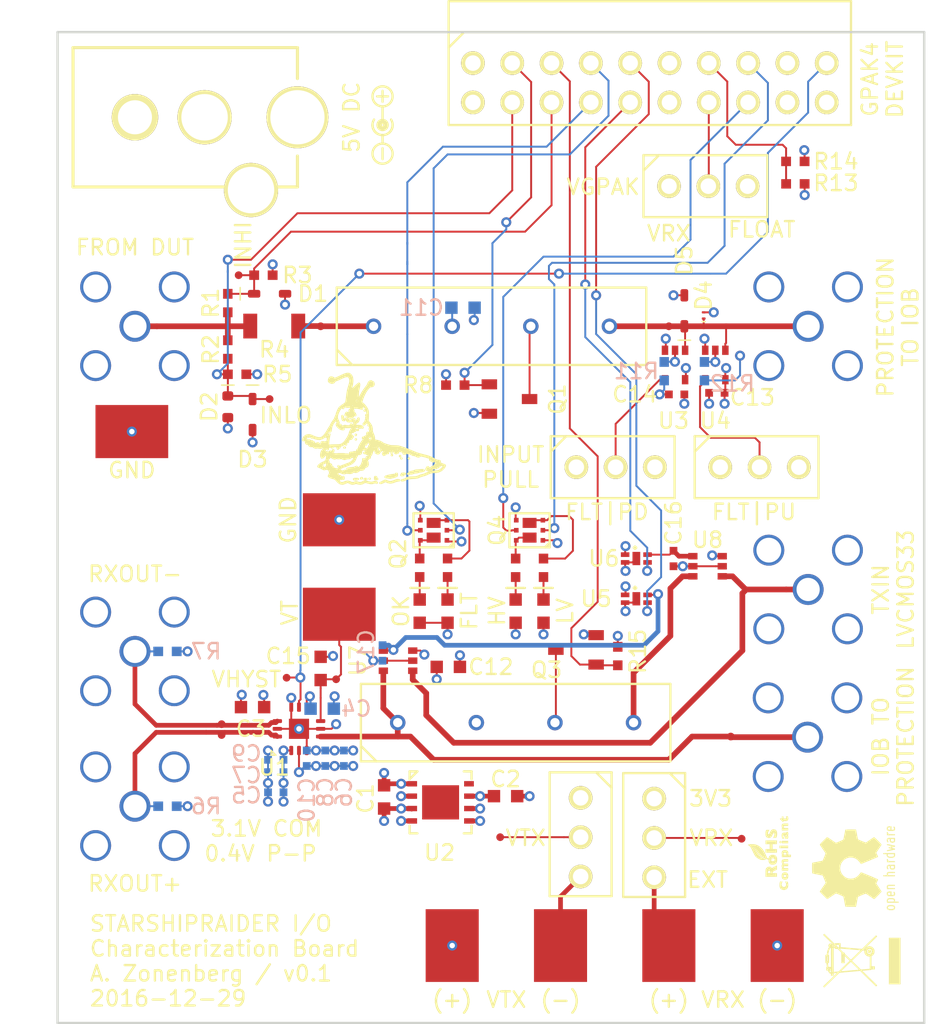
<source format=kicad_pcb>
(kicad_pcb (version 20160815) (host pcbnew "(2016-12-29 revision aa27e9f)-master")
  (layers (0 F.Cu signal) (1 In1.Cu signal) (2 In2.Cu signal) (31 B.Cu signal) (34 B.Paste user) (35 F.Paste user) (36 B.SilkS user) (37 F.SilkS user) (38 B.Mask user) (39 F.Mask user) (44 Edge.Cuts user))
  (net 0 "")
  (net 1 /VCCO_TX_EXT)
  (net 2 /GND)
  (net 3 /VREF_IN)
  (net 4 /VCCO_RX_EXT)
  (net 5 /VIN_HI)
  (net 6 /VIN_RAW)
  (net 7 /VIN_LO)
  (net 8 /VIN_R)
  (net 9 /VIN_PROT_OUT)
  (net 10 /VIN_PROT_IN)
  (net 11 /RXD_P)
  (net 12 /RXD_N)
  (net 13 /DAC_HYST)
  (net 14 /VCCO_RX)
  (net 15 "Net-(D7-Pad1)")
  (net 16 /5V0)
  (net 17 "Net-(D8-Pad1)")
  (net 18 "Net-(D9-Pad1)")
  (net 19 "Net-(D6-Pad1)")
  (net 20 /3V3)
  (net 21 /PROT_RELAY_EN)
  (net 22 "Net-(Q4-PadD2)")
  (net 23 "Net-(Q2-PadD1)")
  (net 24 "Net-(Q2-PadD2)")
  (net 25 "Net-(Q4-PadD1)")
  (net 26 /VOUT_RELAY_EN)
  (net 27 /VCCO_TX_DIV)
  (net 28 /VCCO_TX)
  (net 29 "Net-(R12-Pad2)")
  (net 30 "Net-(R11-Pad2)")
  (net 31 /VHI_LED)
  (net 32 /VCCO_HI_EN)
  (net 33 /VCCO_GP)
  (net 34 /VLO_LED)
  (net 35 /VCCO_LO_EN)
  (net 36 /FAULT_LED)
  (net 37 /OK_LED)
  (net 38 /PULLDOWN_EN)
  (net 39 /PULLUP_EN)
  (net 40 /DOUT_3V3)
  (net 41 /PROT_RELAY)
  (net 42 /DOUT_LOW)
  (net 43 /VOUT_RELAY)
  (net 44 /VCCO_TX_HI)
  (net 45 /VCCO_TX_LO)
  (module azonenberg_pcb:SOT363 (layer F.Cu) (at 49 62.6 270)
    (fp_text reference U7 (at 0 2.6 450) (layer F.SilkS))
    (fp_text value 74LVC1T45)
    (pad 1 smd rect (at -0.65 0.95 270) (size 0.42 0.6) (layers F.Cu F.Paste F.Mask) (net 44 /VCCO_TX_HI))
    (pad 2 smd rect (at 0 0.95 270) (size 0.42 0.6) (layers F.Cu F.Paste F.Mask) (net 2 /GND))
    (pad 3 smd rect (at 0.65 0.95 270) (size 0.42 0.6) (layers F.Cu F.Paste F.Mask) (net 10 /VIN_PROT_IN))
    (pad 4 smd rect (at 0.65 -0.95 270) (size 0.42 0.6) (layers F.Cu F.Paste F.Mask) (net 40 /DOUT_3V3))
    (pad 5 smd rect (at 0 -0.95 270) (size 0.42 0.6) (layers F.Cu F.Paste F.Mask) (net 2 /GND))
    (pad 6 smd rect (at -0.65 -0.95 270) (size 0.42 0.6) (layers F.Cu F.Paste F.Mask) (net 20 /3V3))
  )
  (module azonenberg_pcb:CONN_SMA_PTH (layer F.Cu) (at 32 62)
    (fp_text reference P18 hide)
    (fp_text value SMA_TE_5-1814832-1)
    (pad 2 thru_hole circle (at -2.54 2.54) (size 2 2) (drill 1.6) (layers *.Cu *.Mask) (net 2 /GND))
    (pad 2 thru_hole circle (at 2.54 2.54) (size 2 2) (drill 1.6) (layers *.Cu *.Mask) (net 2 /GND))
    (pad 2 thru_hole circle (at 2.54 -2.54) (size 2 2) (drill 1.6) (layers *.Cu *.Mask) (net 2 /GND))
    (pad 2 thru_hole circle (at -2.54 -2.54) (size 2 2) (drill 1.6) (layers *.Cu *.Mask) (net 2 /GND))
    (pad 1 thru_hole circle (at 0 0) (size 2 2) (drill 1.5) (layers *.Cu *.Mask) (net 12 /RXD_N))
  )
  (module azonenberg_pcb:EIA_0603_CAP_NOSILK (layer B.Cu) (at 53.2 39.8)
    (fp_text reference C11 (at -2.7 0) (layer B.SilkS) (effects (justify mirror)))
    (fp_text value "4.7 uF" hide)
    (pad 2 smd rect (at 0.75 0) (size 0.8 0.8) (layers B.Cu B.Paste B.Mask) (net 2 /GND))
    (pad 1 smd rect (at -0.75 0) (size 0.8 0.8) (layers B.Cu B.Paste B.Mask) (net 16 /5V0))
  )
  (module w_logo:Logo_silk_OSHW_6x6mm (layer F.Cu) (at 78 76 90)
    (fp_text reference G*** hide)
    (fp_text value LOGO hide)
  )
  (module w_logo:Logo_silk_ROHS_5x2.8mm (layer F.Cu) (at 73 75 90)
    (fp_text reference G*** hide)
    (fp_text value LOGO hide)
  )
  (module w_logo:Logo_silk_WEEE_3.4x5mm (layer F.Cu) (at 79 82 90)
    (fp_text reference G*** hide)
    (fp_text value LOGO hide)
  )
  (module w_logo:Logo_silk_polarity_center_5x1.4mm (layer F.Cu) (at 48 28 90)
    (fp_text reference G*** hide)
    (fp_text value LOGO hide)
  )
  (module azonenberg_pcb:LONGTHING-1200DPI (layer F.Cu) (at 48 48)
    (fp_text reference G*** hide)
    (fp_text value LOGO hide)
  )
  (module azonenberg_pcb:CONN_HEADER_2.54MM_2x10_RA_FEMALE (layer F.Cu) (at 65.27 25.27 180)
    (fp_text reference J2 hide)
    (fp_text value GREENPAK_DEVKIT_HDR)
    (pad 20 thru_hole circle (at -11.43 -1.27 180) (size 1.524 1.524) (drill 1) (layers *.Cu *.Mask F.SilkS))
    (pad 18 thru_hole circle (at -8.89 -1.27 180) (size 1.524 1.524) (drill 1) (layers *.Cu *.Mask F.SilkS))
    (pad 16 thru_hole circle (at -6.35 -1.27 180) (size 1.524 1.524) (drill 1) (layers *.Cu *.Mask F.SilkS) (net 34 /VLO_LED))
    (pad 14 thru_hole circle (at -3.81 -1.27 180) (size 1.524 1.524) (drill 1) (layers *.Cu *.Mask F.SilkS) (net 33 /VCCO_GP))
    (pad 12 thru_hole circle (at -1.27 -1.27 180) (size 1.524 1.524) (drill 1) (layers *.Cu *.Mask F.SilkS))
    (pad 10 thru_hole circle (at 1.27 -1.27 180) (size 1.524 1.524) (drill 1) (layers *.Cu *.Mask F.SilkS) (net 35 /VCCO_LO_EN))
    (pad 19 thru_hole circle (at -11.43 1.27 180) (size 1.524 1.524) (drill 1) (layers *.Cu *.Mask F.SilkS) (net 13 /DAC_HYST))
    (pad 17 thru_hole circle (at -8.89 1.27 180) (size 1.524 1.524) (drill 1) (layers *.Cu *.Mask F.SilkS))
    (pad 13 thru_hole circle (at -3.81 1.27 180) (size 1.524 1.524) (drill 1) (layers *.Cu *.Mask F.SilkS) (net 27 /VCCO_TX_DIV))
    (pad 15 thru_hole circle (at -6.35 1.27 180) (size 1.524 1.524) (drill 1) (layers *.Cu *.Mask F.SilkS) (net 31 /VHI_LED))
    (pad 9 thru_hole circle (at 1.27 1.27 180) (size 1.524 1.524) (drill 1) (layers *.Cu *.Mask F.SilkS) (net 32 /VCCO_HI_EN))
    (pad 11 thru_hole circle (at -1.27 1.27 180) (size 1.524 1.524) (drill 1) (layers *.Cu *.Mask F.SilkS) (net 2 /GND))
    (pad 5 thru_hole circle (at 6.35 1.27 180) (size 1.524 1.524) (drill 1) (layers *.Cu *.Mask F.SilkS) (net 26 /VOUT_RELAY_EN))
    (pad 3 thru_hole circle (at 8.89 1.27 180) (size 1.524 1.524) (drill 1) (layers *.Cu *.Mask F.SilkS) (net 21 /PROT_RELAY_EN))
    (pad 1 thru_hole circle (at 11.43 1.27 180) (size 1.524 1.524) (drill 1) (layers *.Cu *.Mask F.SilkS))
    (pad 2 thru_hole circle (at 11.43 -1.27 180) (size 1.524 1.524) (drill 1) (layers *.Cu *.Mask F.SilkS))
    (pad 4 thru_hole circle (at 8.89 -1.27 180) (size 1.524 1.524) (drill 1) (layers *.Cu *.Mask F.SilkS) (net 7 /VIN_LO))
    (pad 6 thru_hole circle (at 6.35 -1.27 180) (size 1.524 1.524) (drill 1) (layers *.Cu *.Mask F.SilkS) (net 5 /VIN_HI))
    (pad 7 thru_hole circle (at 3.81 1.27 180) (size 1.524 1.524) (drill 1) (layers *.Cu *.Mask F.SilkS) (net 37 /OK_LED))
    (pad 8 thru_hole circle (at 3.81 -1.27 180) (size 1.524 1.524) (drill 1) (layers *.Cu *.Mask F.SilkS) (net 36 /FAULT_LED))
  )
  (module azonenberg_pcb:CONN_CUI_PJ-058BH_HIPWR_BARREL_NOSLOT (layer F.Cu) (at 36 27.5)
    (fp_text reference J1 hide)
    (fp_text value BARREL hide)
    (pad "" thru_hole circle (at -4 0) (size 3 3) (drill 2.2) (layers *.Cu *.Mask F.SilkS))
    (pad 2 thru_hole circle (at 0.5 0) (size 3.5 3.5) (drill 3) (layers *.Cu *.Mask F.SilkS) (net 2 /GND))
    (pad 1 thru_hole circle (at 6.5 0) (size 4 4) (drill 3.5) (layers *.Cu *.Mask F.SilkS) (net 16 /5V0))
    (pad 3 thru_hole circle (at 3.5 4.7) (size 3.5 3.5) (drill 3) (layers *.Cu *.Mask F.SilkS) (net 2 /GND))
  )
  (module azonenberg_pcb:EIA_0402_CAP_NOSILK (layer B.Cu) (at 41.1 71.1 180)
    (fp_text reference C5 (at 1.9 -0.2 180) (layer B.SilkS) (effects (justify mirror)))
    (fp_text value "0.47 uF" hide)
    (pad 2 smd rect (at 0.5 0 180) (size 0.5 0.5) (layers B.Cu B.Paste B.Mask) (net 2 /GND))
    (pad 1 smd rect (at -0.5 0 180) (size 0.5 0.5) (layers B.Cu B.Paste B.Mask) (net 14 /VCCO_RX))
  )
  (module azonenberg_pcb:EIA_0402_CAP_NOSILK (layer B.Cu) (at 41.1 69.8 180)
    (fp_text reference C7 (at 1.9 -0.2 180) (layer B.SilkS) (effects (justify mirror)))
    (fp_text value "0.01 uF" hide)
    (pad 1 smd rect (at -0.5 0 180) (size 0.5 0.5) (layers B.Cu B.Paste B.Mask) (net 14 /VCCO_RX))
    (pad 2 smd rect (at 0.5 0 180) (size 0.5 0.5) (layers B.Cu B.Paste B.Mask) (net 2 /GND))
  )
  (module azonenberg_pcb:EIA_0402_CAP_NOSILK (layer B.Cu) (at 44.3 68.9 90)
    (fp_text reference C8 (at -2.2 0 90) (layer B.SilkS) (effects (justify mirror)))
    (fp_text value "0.01 uF" hide)
    (pad 2 smd rect (at 0.5 0 90) (size 0.5 0.5) (layers B.Cu B.Paste B.Mask) (net 2 /GND))
    (pad 1 smd rect (at -0.5 0 90) (size 0.5 0.5) (layers B.Cu B.Paste B.Mask) (net 16 /5V0))
  )
  (module azonenberg_pcb:EIA_0402_CAP_NOSILK (layer B.Cu) (at 41.1 69 180)
    (fp_text reference C9 (at 1.9 0.4 180) (layer B.SilkS) (effects (justify mirror)))
    (fp_text value "0.01 uF" hide)
    (pad 1 smd rect (at -0.5 0 180) (size 0.5 0.5) (layers B.Cu B.Paste B.Mask) (net 14 /VCCO_RX))
    (pad 2 smd rect (at 0.5 0 180) (size 0.5 0.5) (layers B.Cu B.Paste B.Mask) (net 2 /GND))
  )
  (module azonenberg_pcb:EIA_0402_CAP_NOSILK (layer B.Cu) (at 43.1 68.9 90)
    (fp_text reference C10 (at -2.7 0 90) (layer B.SilkS) (effects (justify mirror)))
    (fp_text value "0.01 uF" hide)
    (pad 2 smd rect (at 0.5 0 90) (size 0.5 0.5) (layers B.Cu B.Paste B.Mask) (net 2 /GND))
    (pad 1 smd rect (at -0.5 0 90) (size 0.5 0.5) (layers B.Cu B.Paste B.Mask) (net 16 /5V0))
  )
  (module azonenberg_pcb:EIA_0402_CAP_NOSILK (layer F.Cu) (at 69.600001 45.3 180)
    (fp_text reference C13 (at -2.299999 -0.3 180) (layer F.SilkS))
    (fp_text value "0.47 uF" hide)
    (pad 1 smd rect (at -0.5 0 180) (size 0.5 0.5) (layers F.Cu F.Paste F.Mask) (net 16 /5V0))
    (pad 2 smd rect (at 0.5 0 180) (size 0.5 0.5) (layers F.Cu F.Paste F.Mask) (net 2 /GND))
  )
  (module azonenberg_pcb:EIA_0402_CAP_NOSILK (layer F.Cu) (at 67 45.4 180)
    (fp_text reference C14 (at 2.7 0 180) (layer F.SilkS))
    (fp_text value "0.47 uF" hide)
    (pad 2 smd rect (at 0.5 0 180) (size 0.5 0.5) (layers F.Cu F.Paste F.Mask) (net 2 /GND))
    (pad 1 smd rect (at -0.5 0 180) (size 0.5 0.5) (layers F.Cu F.Paste F.Mask) (net 16 /5V0))
  )
  (module azonenberg_pcb:EIA_0402_CAP_NOSILK (layer B.Cu) (at 45.5 68.9 90)
    (fp_text reference C6 (at -2.2 0 90) (layer B.SilkS) (effects (justify mirror)))
    (fp_text value "0.47 uF" hide)
    (pad 1 smd rect (at -0.5 0 90) (size 0.5 0.5) (layers B.Cu B.Paste B.Mask) (net 16 /5V0))
    (pad 2 smd rect (at 0.5 0 90) (size 0.5 0.5) (layers B.Cu B.Paste B.Mask) (net 2 /GND))
  )
  (module azonenberg_pcb:EIA_0402_RES_NOSILK (layer B.Cu) (at 66.2 43.9 90)
    (fp_text reference R11 (at 0 -1.8 180) (layer B.SilkS) (effects (justify mirror)))
    (fp_text value 10K hide)
    (pad 1 smd rect (at -0.597 0 90) (size 0.635 0.61) (layers B.Cu B.Paste B.Mask) (net 2 /GND))
    (pad 2 smd rect (at 0.597 0 90) (size 0.635 0.61) (layers B.Cu B.Paste B.Mask) (net 30 "Net-(R11-Pad2)"))
  )
  (module azonenberg_pcb:EIA_0402_RES_NOSILK (layer B.Cu) (at 68.8 43.9 90)
    (fp_text reference R12 (at -0.8 1.8 180) (layer B.SilkS) (effects (justify mirror)))
    (fp_text value 10K hide)
    (pad 2 smd rect (at 0.597 0 90) (size 0.635 0.61) (layers B.Cu B.Paste B.Mask) (net 29 "Net-(R12-Pad2)"))
    (pad 1 smd rect (at -0.597 0 90) (size 0.635 0.61) (layers B.Cu B.Paste B.Mask) (net 28 /VCCO_TX))
  )
  (module azonenberg_pcb:EIA_0402_RES_NOSILK (layer F.Cu) (at 74.675 31.8 180)
    (fp_text reference R13 (at -2.625 0.05 180) (layer F.SilkS))
    (fp_text value 39K hide)
    (pad 1 smd rect (at -0.597 0 180) (size 0.635 0.61) (layers F.Cu F.Paste F.Mask) (net 28 /VCCO_TX))
    (pad 2 smd rect (at 0.597 0 180) (size 0.635 0.61) (layers F.Cu F.Paste F.Mask) (net 27 /VCCO_TX_DIV))
  )
  (module azonenberg_pcb:EIA_0402_RES_NOSILK (layer F.Cu) (at 74.672 30.35)
    (fp_text reference R14 (at 2.628 0) (layer F.SilkS))
    (fp_text value 10K hide)
    (pad 2 smd rect (at 0.597 0) (size 0.635 0.61) (layers F.Cu F.Paste F.Mask) (net 2 /GND))
    (pad 1 smd rect (at -0.597 0) (size 0.635 0.61) (layers F.Cu F.Paste F.Mask) (net 27 /VCCO_TX_DIV))
  )
  (module azonenberg_pcb:EIA_0402_RES_NOSILK (layer F.Cu) (at 63.2 62.3 90)
    (fp_text reference R15 (at 0.3 1.3 90) (layer F.SilkS))
    (fp_text value 10K hide)
    (pad 1 smd rect (at -0.597 0 90) (size 0.635 0.61) (layers F.Cu F.Paste F.Mask) (net 26 /VOUT_RELAY_EN))
    (pad 2 smd rect (at 0.597 0 90) (size 0.635 0.61) (layers F.Cu F.Paste F.Mask) (net 2 /GND))
  )
  (module azonenberg_pcb:EIA_0402_RES_NOSILK (layer F.Cu) (at 56.6 56.6 90)
    (fp_text reference R16 hide)
    (fp_text value 470 hide)
    (pad 2 smd rect (at 0.597 0 90) (size 0.635 0.61) (layers F.Cu F.Paste F.Mask) (net 25 "Net-(Q4-PadD1)"))
    (pad 1 smd rect (at -0.597 0 90) (size 0.635 0.61) (layers F.Cu F.Paste F.Mask) (net 17 "Net-(D8-Pad1)"))
  )
  (module azonenberg_pcb:EIA_0402_RES_NOSILK (layer F.Cu) (at 52.2 56.597 90)
    (fp_text reference R10 hide)
    (fp_text value 470 hide)
    (pad 1 smd rect (at -0.597 0 90) (size 0.635 0.61) (layers F.Cu F.Paste F.Mask) (net 15 "Net-(D7-Pad1)"))
    (pad 2 smd rect (at 0.597 0 90) (size 0.635 0.61) (layers F.Cu F.Paste F.Mask) (net 24 "Net-(Q2-PadD2)"))
  )
  (module azonenberg_pcb:EIA_0402_RES_NOSILK (layer F.Cu) (at 50.4 56.597 90)
    (fp_text reference R9 hide)
    (fp_text value 470 hide)
    (pad 2 smd rect (at 0.597 0 90) (size 0.635 0.61) (layers F.Cu F.Paste F.Mask) (net 23 "Net-(Q2-PadD1)"))
    (pad 1 smd rect (at -0.597 0 90) (size 0.635 0.61) (layers F.Cu F.Paste F.Mask) (net 19 "Net-(D6-Pad1)"))
  )
  (module azonenberg_pcb:EIA_0402_RES_NOSILK (layer F.Cu) (at 58.4 56.6 90)
    (fp_text reference R17 hide)
    (fp_text value 470 hide)
    (pad 1 smd rect (at -0.597 0 90) (size 0.635 0.61) (layers F.Cu F.Paste F.Mask) (net 18 "Net-(D9-Pad1)"))
    (pad 2 smd rect (at 0.597 0 90) (size 0.635 0.61) (layers F.Cu F.Paste F.Mask) (net 22 "Net-(Q4-PadD2)"))
  )
  (module azonenberg_pcb:EIA_0402_RES_NOSILK (layer F.Cu) (at 38 39.5 270)
    (fp_text reference R1 (at 0 1.1 270) (layer F.SilkS))
    (fp_text value 909K hide)
    (pad 2 smd rect (at 0.597 0 270) (size 0.635 0.61) (layers F.Cu F.Paste F.Mask) (net 6 /VIN_RAW))
    (pad 1 smd rect (at -0.597 0 270) (size 0.635 0.61) (layers F.Cu F.Paste F.Mask) (net 5 /VIN_HI))
  )
  (module azonenberg_pcb:EIA_0402_RES_NOSILK (layer F.Cu) (at 38 42.5 90)
    (fp_text reference R2 (at 0 -1.1 90) (layer F.SilkS))
    (fp_text value 249K hide)
    (pad 1 smd rect (at -0.597 0 90) (size 0.635 0.61) (layers F.Cu F.Paste F.Mask) (net 7 /VIN_LO))
    (pad 2 smd rect (at 0.597 0 90) (size 0.635 0.61) (layers F.Cu F.Paste F.Mask) (net 6 /VIN_RAW))
  )
  (module azonenberg_pcb:EIA_0402_RES_NOSILK (layer F.Cu) (at 40.3 37.7 180)
    (fp_text reference R3 (at -2.2 0 180) (layer F.SilkS))
    (fp_text value 100K hide)
    (pad 2 smd rect (at 0.597 0 180) (size 0.635 0.61) (layers F.Cu F.Paste F.Mask) (net 5 /VIN_HI))
    (pad 1 smd rect (at -0.597 0 180) (size 0.635 0.61) (layers F.Cu F.Paste F.Mask) (net 2 /GND))
  )
  (module azonenberg_pcb:EIA_0402_RES_NOSILK (layer F.Cu) (at 38.6 44.1 180)
    (fp_text reference R5 (at -2.6 0 180) (layer F.SilkS))
    (fp_text value 750K hide)
    (pad 1 smd rect (at -0.597 0 180) (size 0.635 0.61) (layers F.Cu F.Paste F.Mask) (net 16 /5V0))
    (pad 2 smd rect (at 0.597 0 180) (size 0.635 0.61) (layers F.Cu F.Paste F.Mask) (net 7 /VIN_LO))
  )
  (module azonenberg_pcb:EIA_0402_RES_NOSILK (layer B.Cu) (at 34.1 72 180)
    (fp_text reference R6 (at -2.5 0 180) (layer B.SilkS) (effects (justify mirror)))
    (fp_text value 49.9 hide)
    (pad 2 smd rect (at 0.597 0 180) (size 0.635 0.61) (layers B.Cu B.Paste B.Mask) (net 11 /RXD_P))
    (pad 1 smd rect (at -0.597 0 180) (size 0.635 0.61) (layers B.Cu B.Paste B.Mask) (net 14 /VCCO_RX))
  )
  (module azonenberg_pcb:EIA_0402_RES_NOSILK (layer B.Cu) (at 34.1 62)
    (fp_text reference R7 (at 2.5 0) (layer B.SilkS) (effects (justify mirror)))
    (fp_text value 49.9 hide)
    (pad 1 smd rect (at -0.597 0) (size 0.635 0.61) (layers B.Cu B.Paste B.Mask) (net 12 /RXD_N))
    (pad 2 smd rect (at 0.597 0) (size 0.635 0.61) (layers B.Cu B.Paste B.Mask) (net 14 /VCCO_RX))
  )
  (module azonenberg_pcb:EIA_0402_RES_NOSILK (layer F.Cu) (at 52.7 44.8 180)
    (fp_text reference R8 (at 2.4 0 180) (layer F.SilkS))
    (fp_text value 10K hide)
    (pad 2 smd rect (at 0.597 0 180) (size 0.635 0.61) (layers F.Cu F.Paste F.Mask) (net 2 /GND))
    (pad 1 smd rect (at -0.597 0 180) (size 0.635 0.61) (layers F.Cu F.Paste F.Mask) (net 21 /PROT_RELAY_EN))
  )
  (module azonenberg_pcb:EIA_0603_CAP_NOSILK (layer F.Cu) (at 55.95 71.35)
    (fp_text reference C2 (at 0 -1.1) (layer F.SilkS))
    (fp_text value "4.7 uF" hide)
    (pad 2 smd rect (at 0.75 0) (size 0.8 0.8) (layers F.Cu F.Paste F.Mask) (net 2 /GND))
    (pad 1 smd rect (at -0.75 0) (size 0.8 0.8) (layers F.Cu F.Paste F.Mask) (net 20 /3V3))
  )
  (module azonenberg_pcb:EIA_0603_CAP_NOSILK (layer B.Cu) (at 44.1 65.7)
    (fp_text reference C4 (at 2.2 0) (layer B.SilkS) (effects (justify mirror)))
    (fp_text value "4.7 uF" hide)
    (pad 1 smd rect (at -0.75 0) (size 0.8 0.8) (layers B.Cu B.Paste B.Mask) (net 16 /5V0))
    (pad 2 smd rect (at 0.75 0) (size 0.8 0.8) (layers B.Cu B.Paste B.Mask) (net 2 /GND))
  )
  (module azonenberg_pcb:EIA_0603_CAP_NOSILK (layer F.Cu) (at 48.1 71.4 90)
    (fp_text reference C1 (at -0.1 -1.2 90) (layer F.SilkS))
    (fp_text value "4.7 uF" hide)
    (pad 2 smd rect (at 0.75 0 90) (size 0.8 0.8) (layers F.Cu F.Paste F.Mask) (net 2 /GND))
    (pad 1 smd rect (at -0.75 0 90) (size 0.8 0.8) (layers F.Cu F.Paste F.Mask) (net 16 /5V0))
  )
  (module azonenberg_pcb:EIA_0603_CAP_NOSILK (layer F.Cu) (at 39.6 65.6 180)
    (fp_text reference C3 (at 0.1 -1.4 180) (layer F.SilkS))
    (fp_text value "4.7 uF" hide)
    (pad 1 smd rect (at -0.75 0 180) (size 0.8 0.8) (layers F.Cu F.Paste F.Mask) (net 14 /VCCO_RX))
    (pad 2 smd rect (at 0.75 0 180) (size 0.8 0.8) (layers F.Cu F.Paste F.Mask) (net 2 /GND))
  )
  (module azonenberg_pcb:EIA_0603_CAP_NOSILK (layer F.Cu) (at 52.25 63 180)
    (fp_text reference C12 (at -2.75 0 180) (layer F.SilkS))
    (fp_text value "4.7 uF" hide)
    (pad 1 smd rect (at -0.75 0 180) (size 0.8 0.8) (layers F.Cu F.Paste F.Mask) (net 16 /5V0))
    (pad 2 smd rect (at 0.75 0 180) (size 0.8 0.8) (layers F.Cu F.Paste F.Mask) (net 2 /GND))
  )
  (module azonenberg_pcb:EIA_0603_LED (layer F.Cu) (at 50.4 59.4 270)
    (fp_text reference D6 hide)
    (fp_text value GREEN hide)
    (pad 2 smd rect (at 0.75 0 270) (size 0.8 0.8) (layers F.Cu F.Paste F.Mask) (net 16 /5V0))
    (pad 1 smd rect (at -0.75 0 270) (size 0.8 0.8) (layers F.Cu F.Paste F.Mask) (net 19 "Net-(D6-Pad1)"))
  )
  (module azonenberg_pcb:EIA_0603_LED (layer F.Cu) (at 58.4 59.4 270)
    (fp_text reference D9 hide)
    (fp_text value GREEN hide)
    (pad 1 smd rect (at -0.75 0 270) (size 0.8 0.8) (layers F.Cu F.Paste F.Mask) (net 18 "Net-(D9-Pad1)"))
    (pad 2 smd rect (at 0.75 0 270) (size 0.8 0.8) (layers F.Cu F.Paste F.Mask) (net 16 /5V0))
  )
  (module azonenberg_pcb:EIA_0603_LED (layer F.Cu) (at 56.6 59.4 270)
    (fp_text reference D8 hide)
    (fp_text value GREEN hide)
    (pad 2 smd rect (at 0.75 0 270) (size 0.8 0.8) (layers F.Cu F.Paste F.Mask) (net 16 /5V0))
    (pad 1 smd rect (at -0.75 0 270) (size 0.8 0.8) (layers F.Cu F.Paste F.Mask) (net 17 "Net-(D8-Pad1)"))
  )
  (module azonenberg_pcb:EIA_0603_LED (layer F.Cu) (at 52.2 59.4 270)
    (fp_text reference D7 hide)
    (fp_text value RED hide)
    (pad 1 smd rect (at -0.75 0 270) (size 0.8 0.8) (layers F.Cu F.Paste F.Mask) (net 15 "Net-(D7-Pad1)"))
    (pad 2 smd rect (at 0.75 0 270) (size 0.8 0.8) (layers F.Cu F.Paste F.Mask) (net 16 /5V0))
  )
  (module azonenberg_pcb:EIA_1206_CAP_NOSILK (layer F.Cu) (at 41 41 180)
    (fp_text reference R4 (at 0 -1.5 180) (layer F.SilkS))
    (fp_text value ERJ-P08J100V hide)
    (pad 1 smd rect (at -1.55 0.01493 180) (size 0.9 1.6) (layers F.Cu F.Paste F.Mask) (net 8 /VIN_R))
    (pad 2 smd rect (at 1.55 0.01493 180) (size 0.9 1.6) (layers F.Cu F.Paste F.Mask) (net 6 /VIN_RAW))
  )
  (module azonenberg_pcb:TESTPOINT_SMT_0.5MM (layer F.Cu) (at 71.2 74.1)
    (fp_text reference P19 hide)
    (fp_text value SMT_TESTPOINT hide)
    (pad 1 smd circle (at 0 0) (size 0.5 0.5) (layers F.Cu F.Mask) (net 14 /VCCO_RX))
  )
  (module azonenberg_pcb:TESTPOINT_SMT_0.5MM (layer F.Cu) (at 41.8 63.7)
    (fp_text reference P14 hide)
    (fp_text value SMT_TESTPOINT hide)
    (pad 1 smd circle (at 0 0) (size 0.5 0.5) (layers F.Cu F.Mask) (net 13 /DAC_HYST))
  )
  (module azonenberg_pcb:TESTPOINT_SMT_0.5MM (layer F.Cu) (at 37.6 66.7)
    (fp_text reference P13 hide)
    (fp_text value SMT_TESTPOINT hide)
    (pad 1 smd circle (at 0 0) (size 0.5 0.5) (layers F.Cu F.Mask) (net 12 /RXD_N))
  )
  (module azonenberg_pcb:TESTPOINT_SMT_0.5MM (layer F.Cu) (at 37.6 67.4)
    (fp_text reference P12 hide)
    (fp_text value SMT_TESTPOINT hide)
    (pad 1 smd circle (at 0 0) (size 0.5 0.5) (layers F.Cu F.Mask) (net 11 /RXD_P))
  )
  (module azonenberg_pcb:TESTPOINT_SMT_0.5MM (layer F.Cu) (at 70.5 67.5)
    (fp_text reference P7 hide)
    (fp_text value SMT_TESTPOINT hide)
    (pad 1 smd circle (at 0 0) (size 0.5 0.5) (layers F.Cu F.Mask) (net 10 /VIN_PROT_IN))
  )
  (module azonenberg_pcb:TESTPOINT_SMT_0.5MM (layer F.Cu) (at 66.5 41)
    (fp_text reference P6 hide)
    (fp_text value SMT_TESTPOINT hide)
    (pad 1 smd circle (at 0 0) (size 0.5 0.5) (layers F.Cu F.Mask) (net 9 /VIN_PROT_OUT))
  )
  (module azonenberg_pcb:TESTPOINT_SMT_0.5MM (layer F.Cu) (at 44 41)
    (fp_text reference P5 hide)
    (fp_text value SMT_TESTPOINT hide)
    (pad 1 smd circle (at 0 0) (size 0.5 0.5) (layers F.Cu F.Mask) (net 8 /VIN_R))
  )
  (module azonenberg_pcb:TESTPOINT_SMT_0.5MM (layer F.Cu) (at 40.7 45.7)
    (fp_text reference P4 hide)
    (fp_text value SMT_TESTPOINT hide)
    (pad 1 smd circle (at 0 0) (size 0.5 0.5) (layers F.Cu F.Mask) (net 7 /VIN_LO))
  )
  (module azonenberg_pcb:TESTPOINT_SMT_0.5MM (layer F.Cu) (at 38 41)
    (fp_text reference P3 hide)
    (fp_text value SMT_TESTPOINT hide)
    (pad 1 smd circle (at 0 0) (size 0.5 0.5) (layers F.Cu F.Mask) (net 6 /VIN_RAW))
  )
  (module azonenberg_pcb:TESTPOINT_SMT_0.5MM (layer F.Cu) (at 38.7 37.7)
    (fp_text reference P2 hide)
    (fp_text value SMT_TESTPOINT hide)
    (pad 1 smd circle (at 0 0) (size 0.5 0.5) (layers F.Cu F.Mask) (net 5 /VIN_HI))
  )
  (module azonenberg_pcb:TESTPOINT_SMT_0.5MM (layer F.Cu) (at 45 63.8)
    (fp_text reference P11 hide)
    (fp_text value SMT_TESTPOINT hide)
    (pad 1 smd circle (at 0 0) (size 0.5 0.5) (layers F.Cu F.Mask) (net 3 /VREF_IN))
  )
  (module azonenberg_pcb:TESTPOINT_SMT_KEYSTONE_5016 (layer F.Cu) (at 52.5 81 90)
    (fp_text reference P27 hide)
    (fp_text value TESTCLIP hide)
    (pad 1 smd rect (at 0 0 90) (size 4.7 3.43) (layers F.Cu F.Paste F.Mask) (net 2 /GND))
  )
  (module azonenberg_pcb:TESTPOINT_SMT_KEYSTONE_5016 (layer F.Cu) (at 66.5 81 90)
    (fp_text reference P23 hide)
    (fp_text value TESTCLIP hide)
    (pad 1 smd rect (at 0 0 90) (size 4.7 3.43) (layers F.Cu F.Paste F.Mask) (net 4 /VCCO_RX_EXT))
  )
  (module azonenberg_pcb:TESTPOINT_SMT_KEYSTONE_5016 (layer F.Cu) (at 73.5 81 90)
    (fp_text reference P22 hide)
    (fp_text value TESTCLIP hide)
    (pad 1 smd rect (at 0 0 90) (size 4.7 3.43) (layers F.Cu F.Paste F.Mask) (net 2 /GND))
  )
  (module azonenberg_pcb:TESTPOINT_SMT_KEYSTONE_5016 (layer F.Cu) (at 45.2 53.5)
    (fp_text reference P16 hide)
    (fp_text value TESTCLIP hide)
    (pad 1 smd rect (at 0 0) (size 4.7 3.43) (layers F.Cu F.Paste F.Mask) (net 2 /GND))
  )
  (module azonenberg_pcb:TESTPOINT_SMT_KEYSTONE_5016 (layer F.Cu) (at 45.2 59.6 180)
    (fp_text reference P15 hide)
    (fp_text value TESTCLIP hide)
    (pad 1 smd rect (at 0 0 180) (size 4.7 3.43) (layers F.Cu F.Paste F.Mask) (net 3 /VREF_IN))
  )
  (module azonenberg_pcb:TESTPOINT_SMT_KEYSTONE_5016 (layer F.Cu) (at 31.8 47.8)
    (fp_text reference P1 hide)
    (fp_text value TESTCLIP hide)
    (pad 1 smd rect (at 0 0) (size 4.7 3.43) (layers F.Cu F.Paste F.Mask) (net 2 /GND))
  )
  (module azonenberg_pcb:TESTPOINT_SMT_KEYSTONE_5016 (layer F.Cu) (at 59.5 81 90)
    (fp_text reference P28 hide)
    (fp_text value TESTCLIP hide)
    (pad 1 smd rect (at 0 0 90) (size 4.7 3.43) (layers F.Cu F.Paste F.Mask) (net 1 /VCCO_TX_EXT))
  )
  (module azonenberg_pcb:CONN_SMA_PTH (layer F.Cu) (at 32 41)
    (fp_text reference P8 hide)
    (fp_text value SMA_TE_5-1814832-1)
    (pad 2 thru_hole circle (at -2.54 2.54) (size 2 2) (drill 1.6) (layers *.Cu *.Mask) (net 2 /GND))
    (pad 2 thru_hole circle (at 2.54 2.54) (size 2 2) (drill 1.6) (layers *.Cu *.Mask) (net 2 /GND))
    (pad 2 thru_hole circle (at 2.54 -2.54) (size 2 2) (drill 1.6) (layers *.Cu *.Mask) (net 2 /GND))
    (pad 2 thru_hole circle (at -2.54 -2.54) (size 2 2) (drill 1.6) (layers *.Cu *.Mask) (net 2 /GND))
    (pad 1 thru_hole circle (at 0 0) (size 2 2) (drill 1.5) (layers *.Cu *.Mask) (net 6 /VIN_RAW))
  )
  (module azonenberg_pcb:CONN_SMA_PTH (layer F.Cu) (at 75.5 41)
    (fp_text reference P9 hide)
    (fp_text value SMA_TE_5-1814832-1)
    (pad 1 thru_hole circle (at 0 0) (size 2 2) (drill 1.5) (layers *.Cu *.Mask) (net 9 /VIN_PROT_OUT))
    (pad 2 thru_hole circle (at -2.54 -2.54) (size 2 2) (drill 1.6) (layers *.Cu *.Mask) (net 2 /GND))
    (pad 2 thru_hole circle (at 2.54 -2.54) (size 2 2) (drill 1.6) (layers *.Cu *.Mask) (net 2 /GND))
    (pad 2 thru_hole circle (at 2.54 2.54) (size 2 2) (drill 1.6) (layers *.Cu *.Mask) (net 2 /GND))
    (pad 2 thru_hole circle (at -2.54 2.54) (size 2 2) (drill 1.6) (layers *.Cu *.Mask) (net 2 /GND))
  )
  (module azonenberg_pcb:CONN_SMA_PTH (layer F.Cu) (at 75.46 67.54)
    (fp_text reference P10 hide)
    (fp_text value SMA_TE_5-1814832-1)
    (pad 1 thru_hole circle (at 0 0) (size 2 2) (drill 1.5) (layers *.Cu *.Mask) (net 10 /VIN_PROT_IN))
    (pad 2 thru_hole circle (at -2.54 -2.54) (size 2 2) (drill 1.6) (layers *.Cu *.Mask) (net 2 /GND))
    (pad 2 thru_hole circle (at 2.54 -2.54) (size 2 2) (drill 1.6) (layers *.Cu *.Mask) (net 2 /GND))
    (pad 2 thru_hole circle (at 2.54 2.54) (size 2 2) (drill 1.6) (layers *.Cu *.Mask) (net 2 /GND))
    (pad 2 thru_hole circle (at -2.54 2.54) (size 2 2) (drill 1.6) (layers *.Cu *.Mask) (net 2 /GND))
  )
  (module azonenberg_pcb:CONN_SMA_PTH (layer F.Cu) (at 32 72)
    (fp_text reference P17 hide)
    (fp_text value SMA_TE_5-1814832-1)
    (pad 2 thru_hole circle (at -2.54 2.54) (size 2 2) (drill 1.6) (layers *.Cu *.Mask) (net 2 /GND))
    (pad 2 thru_hole circle (at 2.54 2.54) (size 2 2) (drill 1.6) (layers *.Cu *.Mask) (net 2 /GND))
    (pad 2 thru_hole circle (at 2.54 -2.54) (size 2 2) (drill 1.6) (layers *.Cu *.Mask) (net 2 /GND))
    (pad 2 thru_hole circle (at -2.54 -2.54) (size 2 2) (drill 1.6) (layers *.Cu *.Mask) (net 2 /GND))
    (pad 1 thru_hole circle (at 0 0) (size 2 2) (drill 1.5) (layers *.Cu *.Mask) (net 11 /RXD_P))
  )
  (module azonenberg_pcb:CONN_HEADER_2.54MM_1x3 (layer F.Cu) (at 65.55 74.05 270)
    (fp_text reference P20 hide)
    (fp_text value JUMPER)
    (pad 3 thru_hole circle (at 2.54 0 270) (size 1.524 1.524) (drill 1) (layers *.Cu *.Mask F.SilkS) (net 4 /VCCO_RX_EXT))
    (pad 2 thru_hole circle (at 0 0 270) (size 1.524 1.524) (drill 1) (layers *.Cu *.Mask F.SilkS) (net 14 /VCCO_RX))
    (pad 1 thru_hole circle (at -2.54 0 270) (size 1.524 1.524) (drill 1) (layers *.Cu *.Mask F.SilkS) (net 20 /3V3))
  )
  (module azonenberg_pcb:CONN_HEADER_2.54MM_1x3 (layer F.Cu) (at 60.8 74 270)
    (fp_text reference P21 hide)
    (fp_text value JUMPER)
    (pad 1 thru_hole circle (at -2.54 0 270) (size 1.524 1.524) (drill 1) (layers *.Cu *.Mask F.SilkS) (net 20 /3V3))
    (pad 2 thru_hole circle (at 0 0 270) (size 1.524 1.524) (drill 1) (layers *.Cu *.Mask F.SilkS) (net 28 /VCCO_TX))
    (pad 3 thru_hole circle (at 2.54 0 270) (size 1.524 1.524) (drill 1) (layers *.Cu *.Mask F.SilkS) (net 1 /VCCO_TX_EXT))
  )
  (module azonenberg_pcb:CONN_HEADER_2.54MM_1x3 (layer F.Cu) (at 63.06 50.1)
    (fp_text reference P24 hide)
    (fp_text value JUMPER)
    (pad 3 thru_hole circle (at 2.54 0) (size 1.524 1.524) (drill 1) (layers *.Cu *.Mask F.SilkS) (net 16 /5V0))
    (pad 2 thru_hole circle (at 0 0) (size 1.524 1.524) (drill 1) (layers *.Cu *.Mask F.SilkS) (net 38 /PULLDOWN_EN))
    (pad 1 thru_hole circle (at -2.54 0) (size 1.524 1.524) (drill 1) (layers *.Cu *.Mask F.SilkS) (net 2 /GND))
  )
  (module azonenberg_pcb:CONN_HEADER_2.54MM_1x3 (layer F.Cu) (at 69.05 31.95)
    (fp_text reference P25 hide)
    (fp_text value JUMPER)
    (pad 1 thru_hole circle (at -2.54 0) (size 1.524 1.524) (drill 1) (layers *.Cu *.Mask F.SilkS) (net 14 /VCCO_RX))
    (pad 2 thru_hole circle (at 0 0) (size 1.524 1.524) (drill 1) (layers *.Cu *.Mask F.SilkS) (net 33 /VCCO_GP))
    (pad 3 thru_hole circle (at 2.54 0) (size 1.524 1.524) (drill 1) (layers *.Cu *.Mask F.SilkS))
  )
  (module azonenberg_pcb:CONN_HEADER_2.54MM_1x3 (layer F.Cu) (at 72.36 50.1)
    (fp_text reference P26 hide)
    (fp_text value JUMPER)
    (pad 1 thru_hole circle (at -2.54 0) (size 1.524 1.524) (drill 1) (layers *.Cu *.Mask F.SilkS) (net 2 /GND))
    (pad 2 thru_hole circle (at 0 0) (size 1.524 1.524) (drill 1) (layers *.Cu *.Mask F.SilkS) (net 39 /PULLUP_EN))
    (pad 3 thru_hole circle (at 2.54 0) (size 1.524 1.524) (drill 1) (layers *.Cu *.Mask F.SilkS) (net 16 /5V0))
  )
  (module azonenberg_pcb:CONN_SMA_PTH (layer F.Cu) (at 75.5 58)
    (fp_text reference P29 hide)
    (fp_text value SMA_TE_5-1814832-1)
    (pad 1 thru_hole circle (at 0 0) (size 2 2) (drill 1.5) (layers *.Cu *.Mask) (net 40 /DOUT_3V3))
    (pad 2 thru_hole circle (at -2.54 -2.54) (size 2 2) (drill 1.6) (layers *.Cu *.Mask) (net 2 /GND))
    (pad 2 thru_hole circle (at 2.54 -2.54) (size 2 2) (drill 1.6) (layers *.Cu *.Mask) (net 2 /GND))
    (pad 2 thru_hole circle (at 2.54 2.54) (size 2 2) (drill 1.6) (layers *.Cu *.Mask) (net 2 /GND))
    (pad 2 thru_hole circle (at -2.54 2.54) (size 2 2) (drill 1.6) (layers *.Cu *.Mask) (net 2 /GND))
  )
  (module azonenberg_pcb:DFN_6_0.65MM_2x2MM_GDS (layer F.Cu) (at 51.3 54.175 90)
    (fp_text reference Q2 (at -1.525 -2.3 270) (layer F.SilkS))
    (fp_text value SSM6N58NU hide)
    (pad D1 smd rect (at -0.475 0 90) (size 0.65 0.9) (layers F.Cu F.Paste F.Mask) (net 23 "Net-(Q2-PadD1)"))
    (pad D2 smd rect (at 0.475 0 90) (size 0.65 0.9) (layers F.Cu F.Paste F.Mask) (net 24 "Net-(Q2-PadD2)"))
    (pad D1 smd rect (at -0.65 -0.86 90) (size 0.3 0.3) (layers F.Cu F.Paste F.Mask) (net 23 "Net-(Q2-PadD1)"))
    (pad G2 smd rect (at 0 -0.86 90) (size 0.3 0.3) (layers F.Cu F.Paste F.Mask) (net 36 /FAULT_LED))
    (pad S2 smd rect (at 0.65 -0.86 90) (size 0.3 0.3) (layers F.Cu F.Paste F.Mask) (net 2 /GND))
    (pad D2 smd rect (at 0.65 0.86 90) (size 0.3 0.3) (layers F.Cu F.Paste F.Mask) (net 24 "Net-(Q2-PadD2)"))
    (pad G1 smd rect (at 0 0.86 90) (size 0.3 0.3) (layers F.Cu F.Paste F.Mask) (net 37 /OK_LED))
    (pad S1 smd rect (at -0.65 0.86 90) (size 0.3 0.3) (layers F.Cu F.Paste F.Mask) (net 2 /GND))
  )
  (module azonenberg_pcb:DFN_6_0.65MM_2x2MM_GDS (layer F.Cu) (at 57.5 54.175 90)
    (fp_text reference Q4 (at 0 -2.1 90) (layer F.SilkS))
    (fp_text value SSM6N58NU hide)
    (pad S1 smd rect (at -0.65 0.86 90) (size 0.3 0.3) (layers F.Cu F.Paste F.Mask) (net 2 /GND))
    (pad G1 smd rect (at 0 0.86 90) (size 0.3 0.3) (layers F.Cu F.Paste F.Mask) (net 31 /VHI_LED))
    (pad D2 smd rect (at 0.65 0.86 90) (size 0.3 0.3) (layers F.Cu F.Paste F.Mask) (net 22 "Net-(Q4-PadD2)"))
    (pad S2 smd rect (at 0.65 -0.86 90) (size 0.3 0.3) (layers F.Cu F.Paste F.Mask) (net 2 /GND))
    (pad G2 smd rect (at 0 -0.86 90) (size 0.3 0.3) (layers F.Cu F.Paste F.Mask) (net 34 /VLO_LED))
    (pad D1 smd rect (at -0.65 -0.86 90) (size 0.3 0.3) (layers F.Cu F.Paste F.Mask) (net 25 "Net-(Q4-PadD1)"))
    (pad D2 smd rect (at 0.475 0 90) (size 0.65 0.9) (layers F.Cu F.Paste F.Mask) (net 22 "Net-(Q4-PadD2)"))
    (pad D1 smd rect (at -0.475 0 90) (size 0.65 0.9) (layers F.Cu F.Paste F.Mask) (net 25 "Net-(Q4-PadD1)"))
  )
  (module azonenberg_pcb:RELAY_COTO_9007 (layer F.Cu) (at 55.04 41)
    (fp_text reference RL1 hide)
    (fp_text value COTO_9007-05-01)
    (pad 1 thru_hole circle (at -7.62 0) (size 1 1) (drill 0.6) (layers *.Cu *.Mask) (net 8 /VIN_R))
    (pad 2 thru_hole circle (at -2.54 0) (size 1 1) (drill 0.6) (layers *.Cu *.Mask) (net 16 /5V0))
    (pad 3 thru_hole circle (at 2.54 0) (size 1 1) (drill 0.6) (layers *.Cu *.Mask) (net 41 /PROT_RELAY))
    (pad 4 thru_hole circle (at 7.62 0) (size 1 1) (drill 0.6) (layers *.Cu *.Mask) (net 9 /VIN_PROT_OUT))
  )
  (module azonenberg_pcb:RELAY_COTO_9007 (layer F.Cu) (at 56.6 66.6)
    (fp_text reference RL2 hide)
    (fp_text value COTO_9007-05-01)
    (pad 4 thru_hole circle (at 7.62 0) (size 1 1) (drill 0.6) (layers *.Cu *.Mask) (net 42 /DOUT_LOW))
    (pad 3 thru_hole circle (at 2.54 0) (size 1 1) (drill 0.6) (layers *.Cu *.Mask) (net 43 /VOUT_RELAY))
    (pad 2 thru_hole circle (at -2.54 0) (size 1 1) (drill 0.6) (layers *.Cu *.Mask) (net 16 /5V0))
    (pad 1 thru_hole circle (at -7.62 0) (size 1 1) (drill 0.6) (layers *.Cu *.Mask) (net 10 /VIN_PROT_IN))
  )
  (module azonenberg_pcb:SOD523F (layer F.Cu) (at 40.7 38.9)
    (fp_text reference D1 (at 2.8 0) (layer F.SilkS))
    (fp_text value RB751S40)
    (pad 1 smd roundrect (at -1 0) (size 0.8 0.5) (layers F.Cu F.Paste F.Mask) (net 5 /VIN_HI))
    (pad 2 smd roundrect (at 1 0) (size 0.8 0.5) (layers F.Cu F.Paste F.Mask) (net 2 /GND))
  )
  (module azonenberg_pcb:SOD523 (layer F.Cu) (at 38 46.2 270)
    (fp_text reference D2 (at 0 1.2 270) (layer F.SilkS))
    (fp_text value BZT52C2V0T-7)
    (pad 1 smd roundrect (at -0.7 0 270) (size 0.6 0.7) (layers F.Cu F.Paste F.Mask) (net 7 /VIN_LO))
    (pad 2 smd roundrect (at 0.7 0 270) (size 0.6 0.7) (layers F.Cu F.Paste F.Mask) (net 2 /GND))
  )
  (module azonenberg_pcb:SOD523F (layer F.Cu) (at 39.6 46.7 270)
    (fp_text reference D3 (at 2.9 0) (layer F.SilkS))
    (fp_text value RB751S40)
    (pad 2 smd roundrect (at 1 0 270) (size 0.8 0.5) (layers F.Cu F.Paste F.Mask) (net 2 /GND))
    (pad 1 smd roundrect (at -1 0 270) (size 0.8 0.5) (layers F.Cu F.Paste F.Mask) (net 7 /VIN_LO))
  )
  (module azonenberg_pcb:SOD962_2 (layer F.Cu) (at 68.75 40.3 90)
    (fp_text reference D4 (at 1.3 0 90) (layer F.SilkS))
    (fp_text value PESD5V0C1BSFYL)
    (pad 1 smd roundrect (at -0.2 0 90) (size 0.14 0.24) (layers F.Cu F.Paste F.Mask) (net 9 /VIN_PROT_OUT))
    (pad 2 smd roundrect (at 0.2 0 90) (size 0.14 0.24) (layers F.Cu F.Paste F.Mask) (net 2 /GND))
  )
  (module azonenberg_pcb:SOD523F (layer F.Cu) (at 67.5 40 90)
    (fp_text reference D5 (at 3.25 0 90) (layer F.SilkS))
    (fp_text value RB751S40)
    (pad 1 smd roundrect (at -1 0 90) (size 0.8 0.5) (layers F.Cu F.Paste F.Mask) (net 9 /VIN_PROT_OUT))
    (pad 2 smd roundrect (at 1 0 90) (size 0.8 0.5) (layers F.Cu F.Paste F.Mask) (net 2 /GND))
  )
  (module azonenberg_pcb:SOT23_3 (layer F.Cu) (at 56.2 45.7 90)
    (fp_text reference Q1 (at 0 3.1 90) (layer F.SilkS))
    (fp_text value BSS214N_H6327 hide)
    (pad 3 smd rect (at 0 1.3 90) (size 0.65 1) (layers F.Cu F.Paste F.Mask) (net 41 /PROT_RELAY))
    (pad 1 smd rect (at 0.95 -1.3 90) (size 0.65 1) (layers F.Cu F.Paste F.Mask) (net 21 /PROT_RELAY_EN))
    (pad 2 smd rect (at -0.95 -1.3 90) (size 0.65 1) (layers F.Cu F.Paste F.Mask) (net 2 /GND))
  )
  (module azonenberg_pcb:SOT23_3 (layer F.Cu) (at 60.5 61.9 270)
    (fp_text reference Q3 (at 1.3 1.9 360) (layer F.SilkS))
    (fp_text value BSS214N_H6327 hide)
    (pad 2 smd rect (at -0.95 -1.3 270) (size 0.65 1) (layers F.Cu F.Paste F.Mask) (net 2 /GND))
    (pad 1 smd rect (at 0.95 -1.3 270) (size 0.65 1) (layers F.Cu F.Paste F.Mask) (net 26 /VOUT_RELAY_EN))
    (pad 3 smd rect (at 0 1.3 270) (size 0.65 1) (layers F.Cu F.Paste F.Mask) (net 43 /VOUT_RELAY))
  )
  (module azonenberg_pcb:DFN_8_0.8MM_4x4MM (layer F.Cu) (at 51.75 71.75 270)
    (fp_text reference U2 (at 3.25 0.065 360) (layer F.SilkS))
    (fp_text value TLV1117-33-DFN hide)
    (pad 8 smd rect (at -1.2 -1.835 270) (size 0.35 0.63) (layers F.Cu F.Paste F.Mask))
    (pad 7 smd rect (at -0.4 -1.835 270) (size 0.35 0.63) (layers F.Cu F.Paste F.Mask) (net 20 /3V3))
    (pad 6 smd rect (at 0.4 -1.835 270) (size 0.35 0.63) (layers F.Cu F.Paste F.Mask) (net 20 /3V3))
    (pad 5 smd rect (at 1.2 -1.835 270) (size 0.35 0.63) (layers F.Cu F.Paste F.Mask) (net 20 /3V3))
    (pad 4 smd rect (at 1.2 1.835 270) (size 0.35 0.63) (layers F.Cu F.Paste F.Mask) (net 16 /5V0))
    (pad 3 smd rect (at 0.4 1.835 270) (size 0.35 0.63) (layers F.Cu F.Paste F.Mask) (net 16 /5V0))
    (pad 2 smd rect (at -0.4 1.835 270) (size 0.35 0.63) (layers F.Cu F.Paste F.Mask) (net 16 /5V0))
    (pad 1 smd rect (at -1.2 1.835 270) (size 0.35 0.63) (layers F.Cu F.Paste F.Mask) (net 2 /GND))
    (pad PAD smd rect (at 0 0 270) (size 2.21 2.39) (layers F.Cu F.Mask))
    (pad PAD smd rect (at -0.75 -0.75 270) (size 0.5 0.5) (layers F.Cu F.Paste))
    (pad PAD smd rect (at 0 -0.75 270) (size 0.5 0.5) (layers F.Cu F.Paste))
    (pad PAD smd rect (at 0.75 -0.75 270) (size 0.5 0.5) (layers F.Cu F.Paste))
    (pad PAD smd rect (at 0.75 0 270) (size 0.5 0.5) (layers F.Cu F.Paste))
    (pad PAD smd rect (at 0 0 270) (size 0.5 0.5) (layers F.Cu F.Paste))
    (pad PAD smd rect (at -0.75 0 270) (size 0.5 0.5) (layers F.Cu F.Paste))
    (pad PAD smd rect (at -0.75 0.75 270) (size 0.5 0.5) (layers F.Cu F.Paste))
    (pad PAD smd rect (at 0 0.75 270) (size 0.5 0.5) (layers F.Cu F.Paste))
    (pad PAD smd rect (at 0.75 0.75 270) (size 0.5 0.5) (layers F.Cu F.Paste))
  )
  (module azonenberg_pcb:DFN_4_0.5MM_1.6x1.2MM (layer F.Cu) (at 64.4 58.6 270)
    (fp_text reference U5 (at 0 2.6 360) (layer F.SilkS))
    (fp_text value SIP32408 hide)
    (fp_text user . (at -0.7 0.7 270) (layer F.SilkS) (effects (font (size 1.5 1.5))))
    (pad PAD smd rect (at 0 0 270) (size 0.86 0.5) (layers F.Cu F.Paste F.Mask) (net 2 /GND))
    (pad 1 smd rect (at -0.25 0.725 270) (size 0.3 0.55) (layers F.Cu F.Paste F.Mask) (net 28 /VCCO_TX))
    (pad 2 smd rect (at 0.25 0.725 270) (size 0.3 0.55) (layers F.Cu F.Paste F.Mask) (net 2 /GND))
    (pad 3 smd rect (at 0.25 -0.725 270) (size 0.3 0.55) (layers F.Cu F.Paste F.Mask) (net 32 /VCCO_HI_EN))
    (pad 4 smd rect (at -0.25 -0.725 270) (size 0.3 0.55) (layers F.Cu F.Paste F.Mask) (net 44 /VCCO_TX_HI))
  )
  (module azonenberg_pcb:DFN_4_0.5MM_1.6x1.2MM (layer F.Cu) (at 64.4 56 270)
    (fp_text reference U6 (at 0 2.1 360) (layer F.SilkS))
    (fp_text value SIP32408 hide)
    (fp_text user . (at -0.7 0.7 270) (layer F.SilkS) (effects (font (size 1.5 1.5))))
    (pad 4 smd rect (at -0.25 -0.725 270) (size 0.3 0.55) (layers F.Cu F.Paste F.Mask) (net 45 /VCCO_TX_LO))
    (pad 3 smd rect (at 0.25 -0.725 270) (size 0.3 0.55) (layers F.Cu F.Paste F.Mask) (net 35 /VCCO_LO_EN))
    (pad 2 smd rect (at 0.25 0.725 270) (size 0.3 0.55) (layers F.Cu F.Paste F.Mask) (net 2 /GND))
    (pad 1 smd rect (at -0.25 0.725 270) (size 0.3 0.55) (layers F.Cu F.Paste F.Mask) (net 28 /VCCO_TX))
    (pad PAD smd rect (at 0 0 270) (size 0.86 0.5) (layers F.Cu F.Paste F.Mask) (net 2 /GND))
  )
  (module azonenberg_pcb:QFN_12_0.5MM_3x3MM (layer F.Cu) (at 42.6 67 90)
    (fp_text reference U1 (at -2.5 -1.6 360) (layer F.SilkS))
    (fp_text value ADCMP607_LFCSP)
    (pad 2 smd roundrect (at -1.4 0 90) (size 0.6 0.25) (layers F.Cu F.Paste F.Mask) (net 16 /5V0))
    (pad 1 smd roundrect (at -1.4 -0.5 90) (size 0.6 0.25) (layers F.Cu F.Paste F.Mask) (net 14 /VCCO_RX))
    (pad 3 smd roundrect (at -1.4 0.5 90) (size 0.6 0.25) (layers F.Cu F.Paste F.Mask) (net 2 /GND))
    (pad 9 smd roundrect (at 1.4 -0.5 90) (size 0.6 0.25) (layers F.Cu F.Paste F.Mask) (net 2 /GND))
    (pad 8 smd roundrect (at 1.4 0 90) (size 0.6 0.25) (layers F.Cu F.Paste F.Mask) (net 13 /DAC_HYST))
    (pad 7 smd roundrect (at 1.4 0.5 90) (size 0.6 0.25) (layers F.Cu F.Paste F.Mask) (net 16 /5V0))
    (pad 12 smd roundrect (at -0.5 -1.4 180) (size 0.6 0.25) (layers F.Cu F.Paste F.Mask) (net 11 /RXD_P))
    (pad 11 smd roundrect (at 0 -1.4 180) (size 0.6 0.25) (layers F.Cu F.Paste F.Mask) (net 2 /GND))
    (pad 10 smd roundrect (at 0.5 -1.4 180) (size 0.6 0.25) (layers F.Cu F.Paste F.Mask) (net 12 /RXD_N))
    (pad 4 smd roundrect (at -0.5 1.4 180) (size 0.6 0.25) (layers F.Cu F.Paste F.Mask) (net 10 /VIN_PROT_IN))
    (pad 5 smd roundrect (at 0 1.4 180) (size 0.6 0.25) (layers F.Cu F.Paste F.Mask) (net 2 /GND))
    (pad 6 smd roundrect (at 0.5 1.4 180) (size 0.6 0.25) (layers F.Cu F.Paste F.Mask) (net 3 /VREF_IN))
    (pad PAD smd rect (at 0 0 180) (size 1.3 1.3) (layers F.Cu F.Paste F.Mask) (net 2 /GND))
  )
  (module azonenberg_pcb:SOT353_1 (layer F.Cu) (at 66.9 43.5 180)
    (fp_text reference U3 (at 0.1 -3.6 180) (layer F.SilkS))
    (fp_text value 74LVC1G66_SOT353)
    (pad 1 smd rect (at -0.65 0.95) (size 0.42 0.6) (layers F.Cu F.Paste F.Mask) (net 9 /VIN_PROT_OUT))
    (pad 2 smd rect (at 0 0.95) (size 0.42 0.6) (layers F.Cu F.Paste F.Mask) (net 30 "Net-(R11-Pad2)"))
    (pad 3 smd rect (at 0.65 0.95) (size 0.42 0.6) (layers F.Cu F.Paste F.Mask) (net 2 /GND))
    (pad 4 smd rect (at 0.65 -0.95) (size 0.42 0.6) (layers F.Cu F.Paste F.Mask) (net 38 /PULLDOWN_EN))
    (pad 5 smd rect (at -0.65 -0.95) (size 0.42 0.6) (layers F.Cu F.Paste F.Mask) (net 16 /5V0))
  )
  (module azonenberg_pcb:SOT353_1 (layer F.Cu) (at 69.5 43.5 180)
    (fp_text reference U4 (at 0 -3.6 180) (layer F.SilkS))
    (fp_text value 74LVC1G66_SOT353)
    (pad 5 smd rect (at -0.65 -0.95) (size 0.42 0.6) (layers F.Cu F.Paste F.Mask) (net 16 /5V0))
    (pad 4 smd rect (at 0.65 -0.95) (size 0.42 0.6) (layers F.Cu F.Paste F.Mask) (net 39 /PULLUP_EN))
    (pad 3 smd rect (at 0.65 0.95) (size 0.42 0.6) (layers F.Cu F.Paste F.Mask) (net 2 /GND))
    (pad 2 smd rect (at 0 0.95) (size 0.42 0.6) (layers F.Cu F.Paste F.Mask) (net 29 "Net-(R12-Pad2)"))
    (pad 1 smd rect (at -0.65 0.95) (size 0.42 0.6) (layers F.Cu F.Paste F.Mask) (net 9 /VIN_PROT_OUT))
  )
  (module azonenberg_pcb:EIA_0603_CAP_NOSILK (layer F.Cu) (at 44 63.1 90)
    (fp_text reference C15 (at 0.8 -2.1) (layer F.SilkS))
    (fp_text value "4.7 uF" hide)
    (pad 1 smd rect (at -0.75 0 90) (size 0.8 0.8) (layers F.Cu F.Paste F.Mask) (net 3 /VREF_IN))
    (pad 2 smd rect (at 0.75 0 90) (size 0.8 0.8) (layers F.Cu F.Paste F.Mask) (net 2 /GND))
  )
  (module azonenberg_pcb:SOT363 (layer F.Cu) (at 69 56.5 270)
    (fp_text reference U8 (at -1.7 0 360) (layer F.SilkS))
    (fp_text value 74AVCH1T45)
    (pad 1 smd rect (at -0.65 0.95 270) (size 0.42 0.6) (layers F.Cu F.Paste F.Mask) (net 45 /VCCO_TX_LO))
    (pad 2 smd rect (at 0 0.95 270) (size 0.42 0.6) (layers F.Cu F.Paste F.Mask) (net 2 /GND))
    (pad 3 smd rect (at 0.65 0.95 270) (size 0.42 0.6) (layers F.Cu F.Paste F.Mask) (net 42 /DOUT_LOW))
    (pad 4 smd rect (at 0.65 -0.95 270) (size 0.42 0.6) (layers F.Cu F.Paste F.Mask) (net 40 /DOUT_3V3))
    (pad 5 smd rect (at 0 -0.95 270) (size 0.42 0.6) (layers F.Cu F.Paste F.Mask) (net 2 /GND))
    (pad 6 smd rect (at -0.65 -0.95 270) (size 0.42 0.6) (layers F.Cu F.Paste F.Mask) (net 20 /3V3))
  )
  (module azonenberg_pcb:TESTPOINT_SMT_0.5MM (layer F.Cu) (at 55.6 74)
    (fp_text reference P30 hide)
    (fp_text value SMT_TESTPOINT hide)
    (pad 1 smd circle (at 0 0) (size 0.5 0.5) (layers F.Cu F.Mask) (net 28 /VCCO_TX))
  )
  (module azonenberg_pcb:EIA_0402_CAP_NOSILK (layer F.Cu) (at 66.8 56 270)
    (fp_text reference C16 (at -2.3 0 270) (layer F.SilkS))
    (fp_text value "0.47 uF" hide)
    (pad 1 smd rect (at -0.5 0 270) (size 0.5 0.5) (layers F.Cu F.Paste F.Mask) (net 45 /VCCO_TX_LO))
    (pad 2 smd rect (at 0.5 0 270) (size 0.5 0.5) (layers F.Cu F.Paste F.Mask) (net 2 /GND))
  )
  (module azonenberg_pcb:EIA_0402_CAP_NOSILK (layer B.Cu) (at 48 62.1 270)
    (fp_text reference C17 (at -0.070711 1.06066 270) (layer B.SilkS) (effects (justify mirror)))
    (fp_text value "0.47 uF" hide)
    (pad 2 smd rect (at 0.5 0 270) (size 0.5 0.5) (layers B.Cu B.Paste B.Mask) (net 2 /GND))
    (pad 1 smd rect (at -0.5 0 270) (size 0.5 0.5) (layers B.Cu B.Paste B.Mask) (net 44 /VCCO_TX_HI))
  )
  (gr_text VGPAK (at 62.25 32) (layer F.SilkS) (effects (font (size 1 1))))
  (gr_text FLOAT (at 72.5 34.75) (layer F.SilkS) (effects (font (size 1 1))))
  (gr_text VRX (at 66.5 35) (layer F.SilkS) (effects (font (size 1 1))))
  (gr_text INHI (at 39 35.75 90) (layer F.SilkS) (effects (font (size 1 1))))
  (gr_text INLO (at 41.75 46.75) (layer F.SilkS) (effects (font (size 1 1))))
  (gr_line (start 83 22) (end 27 22) (layer Edge.Cuts) (width 0.15))
  (gr_line (start 83 86) (end 83 22) (layer Edge.Cuts) (width 0.15))
  (gr_line (start 27 86) (end 83 86) (layer Edge.Cuts) (width 0.15))
  (gr_line (start 27 22) (end 27 86) (layer Edge.Cuts) (width 0.15))
  (gr_text "3.1V COM\n0.4V P-P " (at 40.5 74.25) (layer F.SilkS) (effects (font (size 1 1))))
  (gr_text "TXIN\nLVCMOS33" (at 81 58 90) (layer F.SilkS) (effects (font (size 1 1))))
  (gr_text "(+)" (at 52.5 84.5) (layer F.SilkS) (effects (font (size 1 1))))
  (gr_text "(-)" (at 59.5 84.5) (layer F.SilkS) (effects (font (size 1 1))))
  (gr_text VTX (at 56 84.5) (layer F.SilkS) (effects (font (size 1 1))))
  (gr_text VRX (at 70 84.5) (layer F.SilkS) (effects (font (size 1 1))))
  (gr_text "(-)" (at 73.5 84.5) (layer F.SilkS) (effects (font (size 1 1))))
  (gr_text "(+)" (at 66.5 84.5) (layer F.SilkS) (effects (font (size 1 1))))
  (gr_text VTX (at 57.25 74.05) (layer F.SilkS) (effects (font (size 1 1))))
  (gr_text VRX (at 69.25 74.05) (layer F.SilkS) (effects (font (size 1 1))))
  (gr_text EXT (at 69 76.75) (layer F.SilkS) (effects (font (size 1 1))))
  (gr_text 3V3 (at 69.2 71.5) (layer F.SilkS) (effects (font (size 1 1))))
  (gr_text GND (at 31.8 50.3) (layer F.SilkS) (effects (font (size 1 1))))
  (gr_text GND (at 41.9 53.5 90) (layer F.SilkS) (effects (font (size 1 1))))
  (gr_text FLT (at 53.6 59.4 90) (layer F.SilkS) (effects (font (size 1 1))))
  (gr_text OK (at 49.2 59.4 90) (layer F.SilkS) (effects (font (size 1 1))))
  (gr_text HV (at 55.4 59.4 90) (layer F.SilkS) (effects (font (size 1 1))))
  (gr_text LV (at 59.8 59.4 90) (layer F.SilkS) (effects (font (size 1 1))))
  (gr_text VT (at 42 59.5 90) (layer F.SilkS) (effects (font (size 1 1))))
  (gr_text RXOUT+ (at 32 77) (layer F.SilkS) (effects (font (size 1 1))))
  (gr_text RXOUT- (at 32 57) (layer F.SilkS) (effects (font (size 1 1))))
  (gr_text VHYST (at 39.2 63.8) (layer F.SilkS) (effects (font (size 1 1))))
  (gr_text "IOB TO\nPROTECTION" (at 81 67.5 90) (layer F.SilkS) (effects (font (size 1 1))))
  (gr_text "INPUT\nPULL" (at 56.275 50.1) (layer F.SilkS) (effects (font (size 1 1))))
  (gr_text FLT|PU (at 72 53) (layer F.SilkS) (effects (font (size 1 1))))
  (gr_text FLT|PD (at 62.5 53) (layer F.SilkS) (effects (font (size 1 1))))
  (gr_text "PROTECTION\nTO IOB" (at 81.3 41.05 90) (layer F.SilkS) (effects (font (size 1 1))))
  (gr_text "GPAK4\nDEVKIT" (at 80.3 25.05 90) (layer F.SilkS) (effects (font (size 1 1))))
  (gr_text "5V DC" (at 46 27.5 90) (layer F.SilkS) (effects (font (size 1 1))))
  (gr_text "FROM DUT" (at 32 35.9) (layer F.SilkS) (effects (font (size 1 1))))
  (gr_text "STARSHIPRAIDER I/O\nCharacterization Board\nA. Zonenberg / v0.1\n2016-12-29" (at 29 82) (layer F.SilkS) (effects (font (size 1 1)) (justify left)))
  (segment (start 60.8 76.54) (end 59.5 77.84) (width 0.304) (layer F.Cu) (net 1))
  (segment (start 59.5 77.84) (end 59.5 81) (width 0.304) (layer F.Cu) (net 1))
  (segment (start 48 62.6) (end 47.4 62.6) (width 0.125) (layer B.Cu) (net 2))
  (segment (start 51.5 63) (end 51.5 63.8) (width 0.125) (layer F.Cu) (net 2))
  (via (at 51.5 63.8) (size 0.65) (drill 0.35) (layers F.Cu B.Cu) (net 2))
  (segment (start 66.8 56.5) (end 67.4 56.5) (width 0.125) (layer F.Cu) (net 2))
  (segment (start 47.4 62.6) (end 47.392894 62.6) (width 0.125) (layer B.Cu) (net 2))
  (segment (start 47.392894 62.6) (end 46.946447 62.153553) (width 0.125) (layer B.Cu) (net 2))
  (segment (start 48.05 62.6) (end 47.4 62.6) (width 0.125) (layer F.Cu) (net 2))
  (via (at 47.4 62.6) (size 0.65) (drill 0.35) (layers F.Cu B.Cu) (net 2))
  (segment (start 49.95 62.6) (end 49.525 62.6) (width 0.125) (layer F.Cu) (net 2))
  (segment (start 49.525 62.6) (end 48.05 62.6) (width 0.125) (layer F.Cu) (net 2))
  (segment (start 63.675 56.25) (end 63.675 56.775) (width 0.125) (layer F.Cu) (net 2))
  (segment (start 63.675 56.775) (end 63.7 56.8) (width 0.125) (layer F.Cu) (net 2))
  (via (at 63.7 56.8) (size 0.65) (drill 0.35) (layers F.Cu B.Cu) (net 2))
  (segment (start 63.675 56.25) (end 64.15 56.25) (width 0.125) (layer F.Cu) (net 2))
  (segment (start 64.15 56.25) (end 64.4 56) (width 0.125) (layer F.Cu) (net 2))
  (segment (start 63.675 58.85) (end 64.15 58.85) (width 0.125) (layer F.Cu) (net 2))
  (segment (start 64.15 58.85) (end 64.4 58.6) (width 0.125) (layer F.Cu) (net 2))
  (segment (start 63.675 58.85) (end 63.675 59.375) (width 0.125) (layer F.Cu) (net 2))
  (segment (start 63.675 59.375) (end 63.7 59.4) (width 0.125) (layer F.Cu) (net 2))
  (via (at 63.7 59.4) (size 0.65) (drill 0.35) (layers F.Cu B.Cu) (net 2))
  (segment (start 67.4 56.5) (end 68.05 56.5) (width 0.125) (layer F.Cu) (net 2))
  (via (at 67.4 56.5) (size 0.65) (drill 0.35) (layers F.Cu B.Cu) (net 2))
  (segment (start 69.95 56.5) (end 69.525 56.5) (width 0.125) (layer F.Cu) (net 2))
  (segment (start 69.525 56.5) (end 68.05 56.5) (width 0.125) (layer F.Cu) (net 2))
  (segment (start 38.85 65.6) (end 38.85 64.85) (width 0.125) (layer F.Cu) (net 2))
  (segment (start 38.85 64.85) (end 38.9 64.8) (width 0.125) (layer F.Cu) (net 2))
  (via (at 38.9 64.8) (size 0.65) (drill 0.35) (layers F.Cu B.Cu) (net 2))
  (via (at 73.5 81) (size 0.65) (drill 0.35) (layers F.Cu B.Cu) (net 2))
  (via (at 52.5 81) (size 0.65) (drill 0.35) (layers F.Cu B.Cu) (net 2))
  (via (at 45.2 53.5) (size 0.65) (drill 0.35) (layers F.Cu B.Cu) (net 2))
  (segment (start 56.7 71.35) (end 57.5 71.35) (width 0.304) (layer F.Cu) (net 2))
  (via (at 57.5 71.35) (size 0.65) (drill 0.35) (layers F.Cu B.Cu) (net 2))
  (segment (start 48.1 70.65) (end 48.1 69.85) (width 0.304) (layer F.Cu) (net 2))
  (via (at 48.1 69.85) (size 0.65) (drill 0.35) (layers F.Cu B.Cu) (net 2))
  (segment (start 49.2 70.55) (end 48.2 70.55) (width 0.304) (layer F.Cu) (net 2))
  (segment (start 48.2 70.55) (end 48.1 70.65) (width 0.304) (layer F.Cu) (net 2))
  (segment (start 49.915 70.55) (end 49.2 70.55) (width 0.304) (layer F.Cu) (net 2))
  (via (at 49.2 70.55) (size 0.65) (drill 0.35) (layers F.Cu B.Cu) (net 2))
  (segment (start 63.2 61.703) (end 63.2 61) (width 0.125) (layer F.Cu) (net 2))
  (via (at 63.2 61) (size 0.65) (drill 0.35) (layers F.Cu B.Cu) (net 2))
  (segment (start 61.8 60.95) (end 61.05 60.95) (width 0.125) (layer F.Cu) (net 2))
  (segment (start 61.05 60.95) (end 61 60.9) (width 0.125) (layer F.Cu) (net 2))
  (via (at 61 60.9) (size 0.65) (drill 0.35) (layers F.Cu B.Cu) (net 2))
  (segment (start 58.36 54.825) (end 59.125 54.825) (width 0.125) (layer F.Cu) (net 2))
  (segment (start 59.125 54.825) (end 59.3 55) (width 0.125) (layer F.Cu) (net 2))
  (via (at 59.3 55) (size 0.65) (drill 0.35) (layers F.Cu B.Cu) (net 2))
  (segment (start 44.85 65.7) (end 44.85 64.95) (width 0.125) (layer B.Cu) (net 2))
  (segment (start 44.85 64.95) (end 44.9 64.9) (width 0.125) (layer B.Cu) (net 2))
  (via (at 44.9 64.9) (size 0.65) (drill 0.35) (layers F.Cu B.Cu) (net 2))
  (segment (start 58.385 54.8) (end 58.36 54.825) (width 0.125) (layer F.Cu) (net 2))
  (segment (start 56.6 52.7) (end 56.6 53.485) (width 0.125) (layer F.Cu) (net 2))
  (segment (start 56.6 53.485) (end 56.64 53.525) (width 0.125) (layer F.Cu) (net 2))
  (via (at 56.6 52.7) (size 0.65) (drill 0.35) (layers F.Cu B.Cu) (net 2))
  (segment (start 53.1 54.9) (end 52.235 54.9) (width 0.125) (layer F.Cu) (net 2))
  (segment (start 52.235 54.9) (end 52.16 54.825) (width 0.125) (layer F.Cu) (net 2))
  (via (at 53.1 54.9) (size 0.65) (drill 0.35) (layers F.Cu B.Cu) (net 2))
  (segment (start 50.44 53.525) (end 50.44 52.64) (width 0.125) (layer F.Cu) (net 2))
  (segment (start 50.44 52.64) (end 50.4 52.6) (width 0.125) (layer F.Cu) (net 2))
  (via (at 50.4 52.6) (size 0.65) (drill 0.35) (layers F.Cu B.Cu) (net 2))
  (segment (start 40.6 71.7) (end 40.6 71.1) (width 0.125) (layer B.Cu) (net 2))
  (via (at 40.6 71.7) (size 0.65) (drill 0.35) (layers F.Cu B.Cu) (net 2))
  (segment (start 40.6 70.5) (end 40.6 71.1) (width 0.125) (layer B.Cu) (net 2))
  (segment (start 45.5 68.4) (end 46.1 68.4) (width 0.125) (layer B.Cu) (net 2))
  (via (at 46.1 68.4) (size 0.65) (drill 0.35) (layers F.Cu B.Cu) (net 2))
  (segment (start 45.5 68.4) (end 44.9 68.4) (width 0.125) (layer B.Cu) (net 2))
  (segment (start 44.3 68.4) (end 44.9 68.4) (width 0.125) (layer B.Cu) (net 2))
  (via (at 44.9 68.4) (size 0.65) (drill 0.35) (layers F.Cu B.Cu) (net 2))
  (segment (start 43.7 68.4) (end 43.1 68.4) (width 0.125) (layer B.Cu) (net 2))
  (segment (start 44.3 68.4) (end 43.7 68.4) (width 0.125) (layer B.Cu) (net 2))
  (segment (start 40.6 69.8) (end 40.6 70.5) (width 0.125) (layer B.Cu) (net 2))
  (via (at 40.6 70.5) (size 0.65) (drill 0.35) (layers F.Cu B.Cu) (net 2))
  (segment (start 40.6 69) (end 40.6 69.8) (width 0.125) (layer B.Cu) (net 2))
  (segment (start 44 67) (end 44.7 67) (width 0.125) (layer F.Cu) (net 2))
  (segment (start 44.7 67) (end 45 66.7) (width 0.125) (layer F.Cu) (net 2))
  (via (at 45 66.7) (size 0.65) (drill 0.35) (layers F.Cu B.Cu) (net 2))
  (segment (start 40.6 69.1) (end 40.6 68.4) (width 0.125) (layer B.Cu) (net 2))
  (via (at 40.6 68.4) (size 0.65) (drill 0.35) (layers F.Cu B.Cu) (net 2))
  (segment (start 43.1 68.4) (end 43.7 68.4) (width 0.125) (layer F.Cu) (net 2))
  (via (at 43.7 68.4) (size 0.65) (drill 0.35) (layers F.Cu B.Cu) (net 2))
  (segment (start 44 62.35) (end 44.75 62.35) (width 0.125) (layer F.Cu) (net 2))
  (segment (start 44.75 62.35) (end 44.8 62.3) (width 0.125) (layer F.Cu) (net 2))
  (via (at 44.8 62.3) (size 0.65) (drill 0.35) (layers F.Cu B.Cu) (net 2))
  (via (at 42.6 67) (size 0.65) (drill 0.35) (layers F.Cu B.Cu) (net 2))
  (segment (start 43.1 68.4) (end 43.1 67.5) (width 0.125) (layer F.Cu) (net 2))
  (segment (start 43.1 67.5) (end 42.6 67) (width 0.125) (layer F.Cu) (net 2))
  (segment (start 44 67) (end 42.6 67) (width 0.125) (layer F.Cu) (net 2))
  (segment (start 42.1 65.6) (end 42.1 66.5) (width 0.125) (layer F.Cu) (net 2))
  (segment (start 42.1 66.5) (end 42.6 67) (width 0.125) (layer F.Cu) (net 2))
  (segment (start 42.1 65) (end 42.1 65.6) (width 0.125) (layer F.Cu) (net 2))
  (via (at 42.1 65) (size 0.65) (drill 0.35) (layers F.Cu B.Cu) (net 2))
  (segment (start 41.2 67) (end 42.6 67) (width 0.125) (layer F.Cu) (net 2))
  (segment (start 75.269 30.35) (end 75.269 29.644) (width 0.125) (layer F.Cu) (net 2))
  (segment (start 75.269 29.644) (end 75.25 29.625) (width 0.125) (layer F.Cu) (net 2))
  (via (at 75.25 29.625) (size 0.65) (drill 0.35) (layers F.Cu B.Cu) (net 2))
  (segment (start 66.5 45.4) (end 65.9 45.4) (width 0.125) (layer F.Cu) (net 2))
  (segment (start 66.2 44.497) (end 66.2 45.1) (width 0.125) (layer B.Cu) (net 2))
  (segment (start 66.2 45.1) (end 65.9 45.4) (width 0.125) (layer B.Cu) (net 2))
  (via (at 65.9 45.4) (size 0.65) (drill 0.35) (layers F.Cu B.Cu) (net 2))
  (segment (start 53.95 39.8) (end 53.95 40.55) (width 0.125) (layer B.Cu) (net 2))
  (segment (start 53.95 40.55) (end 53.9 40.6) (width 0.125) (layer B.Cu) (net 2))
  (via (at 53.9 40.6) (size 0.65) (drill 0.35) (layers F.Cu B.Cu) (net 2))
  (segment (start 69.100001 45.3) (end 69.100001 45.999999) (width 0.125) (layer F.Cu) (net 2))
  (segment (start 69.100001 45.999999) (end 69.1 46) (width 0.125) (layer F.Cu) (net 2))
  (via (at 69.1 46) (size 0.65) (drill 0.35) (layers F.Cu B.Cu) (net 2))
  (segment (start 66.3 41.8) (end 66.3 42.5) (width 0.125) (layer F.Cu) (net 2))
  (segment (start 66.3 42.5) (end 66.25 42.55) (width 0.125) (layer F.Cu) (net 2))
  (via (at 66.3 41.8) (size 0.65) (drill 0.35) (layers F.Cu B.Cu) (net 2))
  (segment (start 68.85 42.55) (end 68.85 41.85) (width 0.125) (layer F.Cu) (net 2))
  (segment (start 68.85 41.85) (end 68.8 41.8) (width 0.125) (layer F.Cu) (net 2))
  (via (at 68.8 41.8) (size 0.65) (drill 0.35) (layers F.Cu B.Cu) (net 2))
  (segment (start 69.4 40.1) (end 68.75 40.1) (width 0.125) (layer F.Cu) (net 2))
  (via (at 69.4 40.1) (size 0.65) (drill 0.35) (layers F.Cu B.Cu) (net 2))
  (segment (start 67.5 39) (end 66.8 39) (width 0.125) (layer F.Cu) (net 2))
  (via (at 66.8 39) (size 0.65) (drill 0.35) (layers F.Cu B.Cu) (net 2))
  (segment (start 53.9 46.6) (end 54.85 46.6) (width 0.125) (layer F.Cu) (net 2))
  (segment (start 54.85 46.6) (end 54.9 46.65) (width 0.125) (layer F.Cu) (net 2))
  (via (at 53.9 46.6) (size 0.65) (drill 0.35) (layers F.Cu B.Cu) (net 2))
  (segment (start 52.103 44.8) (end 52.103 44.103) (width 0.125) (layer F.Cu) (net 2))
  (segment (start 52.103 44.103) (end 52.1 44.1) (width 0.125) (layer F.Cu) (net 2))
  (via (at 52.1 44.1) (size 0.65) (drill 0.35) (layers F.Cu B.Cu) (net 2))
  (via (at 31.8 47.8) (size 0.65) (drill 0.35) (layers F.Cu B.Cu) (net 2))
  (segment (start 39.6 48.5) (end 39.6 47.7) (width 0.125) (layer F.Cu) (net 2))
  (via (at 39.6 48.5) (size 0.65) (drill 0.35) (layers F.Cu B.Cu) (net 2))
  (segment (start 38 46.9) (end 38 47.6) (width 0.125) (layer F.Cu) (net 2))
  (via (at 38 47.6) (size 0.65) (drill 0.35) (layers F.Cu B.Cu) (net 2))
  (segment (start 41.7 38.9) (end 41.7 39.6) (width 0.125) (layer F.Cu) (net 2))
  (via (at 41.7 39.6) (size 0.65) (drill 0.35) (layers F.Cu B.Cu) (net 2))
  (segment (start 40.897 37.7) (end 40.897 37.003) (width 0.125) (layer F.Cu) (net 2))
  (segment (start 40.897 37.003) (end 40.9 37) (width 0.125) (layer F.Cu) (net 2))
  (via (at 40.9 37) (size 0.65) (drill 0.35) (layers F.Cu B.Cu) (net 2))
  (segment (start 45 63.8) (end 45.312501 63.487499) (width 0.125) (layer F.Cu) (net 3))
  (segment (start 45.312501 63.487499) (end 45.312501 61.7) (width 0.125) (layer F.Cu) (net 3))
  (segment (start 45.312501 61.7) (end 45.2 61.587499) (width 0.125) (layer F.Cu) (net 3))
  (segment (start 45.2 61.587499) (end 45.2 59.6) (width 0.125) (layer F.Cu) (net 3))
  (segment (start 45 63.8) (end 44.05 63.8) (width 0.125) (layer F.Cu) (net 3))
  (segment (start 44.05 63.8) (end 44 63.85) (width 0.125) (layer F.Cu) (net 3))
  (segment (start 44 64.375) (end 44 65) (width 0.125) (layer F.Cu) (net 3))
  (segment (start 44 65) (end 44 66.5) (width 0.125) (layer F.Cu) (net 3))
  (segment (start 44 63.85) (end 44 64.375) (width 0.125) (layer F.Cu) (net 3))
  (segment (start 65.55 76.59) (end 65.55 80.05) (width 0.304) (layer F.Cu) (net 4))
  (segment (start 65.55 80.05) (end 66.5 81) (width 0.304) (layer F.Cu) (net 4))
  (segment (start 65.55 80.95) (end 65.5 81) (width 0.304) (layer F.Cu) (net 4))
  (segment (start 58.92 26.54) (end 58.92 33.18) (width 0.125) (layer F.Cu) (net 5))
  (segment (start 58.92 33.18) (end 57.212501 34.887499) (width 0.125) (layer F.Cu) (net 5))
  (segment (start 57.212501 34.887499) (end 42.085501 34.887499) (width 0.125) (layer F.Cu) (net 5))
  (segment (start 42.085501 34.887499) (end 39.703 37.27) (width 0.125) (layer F.Cu) (net 5))
  (segment (start 39.703 37.27) (end 39.703 37.7) (width 0.125) (layer F.Cu) (net 5))
  (segment (start 39.703 37.7) (end 38.7 37.7) (width 0.125) (layer F.Cu) (net 5))
  (segment (start 39.703 37.7) (end 39.703 38.897) (width 0.125) (layer F.Cu) (net 5))
  (segment (start 39.703 38.897) (end 39.7 38.9) (width 0.125) (layer F.Cu) (net 5))
  (segment (start 38 38.903) (end 39.697 38.903) (width 0.125) (layer F.Cu) (net 5))
  (segment (start 39.697 38.903) (end 39.7 38.9) (width 0.125) (layer F.Cu) (net 5))
  (segment (start 38 41) (end 39.43507 41) (width 0.367) (layer F.Cu) (net 6))
  (segment (start 39.43507 41) (end 39.45 40.98507) (width 0.367) (layer F.Cu) (net 6))
  (segment (start 38 41) (end 38 41.903) (width 0.367) (layer F.Cu) (net 6))
  (segment (start 38 41) (end 38 40.097) (width 0.367) (layer F.Cu) (net 6))
  (segment (start 32 41) (end 33.414213 41) (width 0.367) (layer F.Cu) (net 6))
  (segment (start 33.414213 41) (end 38 41) (width 0.367) (layer F.Cu) (net 6))
  (segment (start 56.38 26.54) (end 56.38 32.22) (width 0.125) (layer F.Cu) (net 7))
  (segment (start 56.38 32.22) (end 54.9 33.7) (width 0.125) (layer F.Cu) (net 7))
  (segment (start 38 36.7) (end 39.5 36.7) (width 0.125) (layer F.Cu) (net 7))
  (segment (start 39.5 36.7) (end 42.5 33.7) (width 0.125) (layer F.Cu) (net 7))
  (segment (start 42.5 33.7) (end 54.9 33.7) (width 0.125) (layer F.Cu) (net 7))
  (segment (start 38 37.5) (end 38 43.4) (width 0.125) (layer B.Cu) (net 7))
  (segment (start 38 37.4) (end 38 37.5) (width 0.125) (layer B.Cu) (net 7))
  (segment (start 38 37.5) (end 38 36.7) (width 0.125) (layer B.Cu) (net 7))
  (via (at 38 36.7) (size 0.65) (drill 0.35) (layers F.Cu B.Cu) (net 7))
  (segment (start 38 43.4) (end 37.624999 43.775001) (width 0.125) (layer B.Cu) (net 7))
  (segment (start 37.624999 43.775001) (end 37.3 44.1) (width 0.125) (layer B.Cu) (net 7))
  (segment (start 38.003 44.1) (end 37.3 44.1) (width 0.125) (layer F.Cu) (net 7))
  (via (at 37.3 44.1) (size 0.65) (drill 0.35) (layers F.Cu B.Cu) (net 7))
  (segment (start 40.7 45.7) (end 39.6 45.7) (width 0.125) (layer F.Cu) (net 7))
  (segment (start 38 45.5) (end 39.4 45.5) (width 0.125) (layer F.Cu) (net 7))
  (segment (start 39.4 45.5) (end 39.6 45.7) (width 0.125) (layer F.Cu) (net 7))
  (segment (start 38.003 44.1) (end 38.003 45.497) (width 0.125) (layer F.Cu) (net 7))
  (segment (start 38.003 45.497) (end 38 45.5) (width 0.125) (layer F.Cu) (net 7))
  (segment (start 38 43.097) (end 38 44.097) (width 0.125) (layer F.Cu) (net 7))
  (segment (start 38 44.097) (end 38.003 44.1) (width 0.125) (layer F.Cu) (net 7))
  (segment (start 44 41) (end 47.42 41) (width 0.367) (layer F.Cu) (net 8))
  (segment (start 42.55 40.98507) (end 43.98507 40.98507) (width 0.367) (layer F.Cu) (net 8))
  (segment (start 43.98507 40.98507) (end 44 41) (width 0.367) (layer F.Cu) (net 8))
  (segment (start 68.75 41) (end 70.2 41) (width 0.367) (layer F.Cu) (net 9))
  (segment (start 70.2 41) (end 75.5 41) (width 0.367) (layer F.Cu) (net 9))
  (segment (start 70.15 42.55) (end 70.15 42.125) (width 0.125) (layer F.Cu) (net 9))
  (segment (start 70.15 42.125) (end 70.2 42.075) (width 0.125) (layer F.Cu) (net 9))
  (segment (start 70.2 42.075) (end 70.2 41) (width 0.125) (layer F.Cu) (net 9))
  (segment (start 67.55 42.55) (end 67.55 41.05) (width 0.125) (layer F.Cu) (net 9))
  (segment (start 67.55 41.05) (end 67.5 41) (width 0.125) (layer F.Cu) (net 9))
  (segment (start 67.5 41) (end 68.75 41) (width 0.367) (layer F.Cu) (net 9))
  (segment (start 68.75 40.5) (end 68.75 41) (width 0.125) (layer F.Cu) (net 9))
  (segment (start 66.5 41) (end 67.5 41) (width 0.367) (layer F.Cu) (net 9))
  (segment (start 62.66 41) (end 66.5 41) (width 0.367) (layer F.Cu) (net 9))
  (segment (start 48.05 63.25) (end 48.05 65.67) (width 0.367) (layer F.Cu) (net 10))
  (segment (start 48.05 65.67) (end 48.98 66.6) (width 0.367) (layer F.Cu) (net 10))
  (segment (start 48.98 67.48) (end 48.98 66.6) (width 0.367) (layer F.Cu) (net 10))
  (segment (start 70.5 67.5) (end 68 67.5) (width 0.367) (layer F.Cu) (net 10))
  (segment (start 68 67.5) (end 66.5 69) (width 0.367) (layer F.Cu) (net 10))
  (segment (start 66.5 69) (end 51.3 69) (width 0.367) (layer F.Cu) (net 10))
  (segment (start 51.3 69) (end 49.8 67.5) (width 0.367) (layer F.Cu) (net 10))
  (segment (start 49.8 67.5) (end 49 67.5) (width 0.367) (layer F.Cu) (net 10))
  (segment (start 49 67.5) (end 44 67.5) (width 0.367) (layer F.Cu) (net 10))
  (segment (start 49 67.5) (end 48.98 67.48) (width 0.367) (layer F.Cu) (net 10))
  (segment (start 75.46 67.54) (end 70.54 67.54) (width 0.367) (layer F.Cu) (net 10))
  (segment (start 70.54 67.54) (end 70.5 67.5) (width 0.367) (layer F.Cu) (net 10))
  (segment (start 33.503 72) (end 32 72) (width 0.125) (layer B.Cu) (net 11))
  (segment (start 36.6 67.227991) (end 37.8 67.227991) (width 0.304) (layer F.Cu) (net 11))
  (segment (start 37.8 67.227991) (end 39.627991 67.227991) (width 0.304) (layer F.Cu) (net 11))
  (segment (start 37.6 67.4) (end 37.627991 67.4) (width 0.125) (layer F.Cu) (net 11))
  (segment (start 37.627991 67.4) (end 37.8 67.227991) (width 0.125) (layer F.Cu) (net 11))
  (segment (start 33.372009 67.227991) (end 36.6 67.227991) (width 0.304) (layer F.Cu) (net 11))
  (segment (start 40.647857 67.227999) (end 40.821868 67.40201) (width 0.304) (layer F.Cu) (net 11))
  (segment (start 40.821868 67.40201) (end 41.10201 67.40201) (width 0.304) (layer F.Cu) (net 11))
  (segment (start 32 72) (end 32 68.6) (width 0.304) (layer F.Cu) (net 11))
  (segment (start 39.627991 67.227991) (end 39.627999 67.227999) (width 0.304) (layer F.Cu) (net 11))
  (segment (start 32 68.6) (end 33.372009 67.227991) (width 0.304) (layer F.Cu) (net 11))
  (segment (start 39.627999 67.227999) (end 40.647857 67.227999) (width 0.304) (layer F.Cu) (net 11))
  (segment (start 41.10201 67.40201) (end 41.2 67.5) (width 0.304) (layer F.Cu) (net 11))
  (segment (start 33.503 62) (end 33.0605 62) (width 0.125) (layer B.Cu) (net 12))
  (segment (start 33.0605 62) (end 32 62) (width 0.125) (layer B.Cu) (net 12))
  (segment (start 37.3 66.772001) (end 40.647857 66.772001) (width 0.304) (layer F.Cu) (net 12))
  (segment (start 33.372001 66.772001) (end 37.3 66.772001) (width 0.304) (layer F.Cu) (net 12))
  (segment (start 37.3 66.772001) (end 37.527999 66.772001) (width 0.125) (layer F.Cu) (net 12))
  (segment (start 37.527999 66.772001) (end 37.6 66.7) (width 0.125) (layer F.Cu) (net 12))
  (segment (start 32 62) (end 32 65.4) (width 0.304) (layer F.Cu) (net 12))
  (segment (start 32 65.4) (end 33.372001 66.772001) (width 0.304) (layer F.Cu) (net 12))
  (segment (start 40.647857 66.772001) (end 40.821868 66.59799) (width 0.304) (layer F.Cu) (net 12))
  (segment (start 40.821868 66.59799) (end 41.10201 66.59799) (width 0.304) (layer F.Cu) (net 12))
  (segment (start 41.10201 66.59799) (end 41.2 66.5) (width 0.304) (layer F.Cu) (net 12))
  (segment (start 76.7 24) (end 75.5 25.2) (width 0.125) (layer B.Cu) (net 13))
  (segment (start 75.5 25.2) (end 75.5 27.2) (width 0.125) (layer B.Cu) (net 13))
  (segment (start 75.5 27.2) (end 72.9 29.8) (width 0.125) (layer B.Cu) (net 13))
  (segment (start 72.9 29.8) (end 72.9 34.9) (width 0.125) (layer B.Cu) (net 13))
  (segment (start 72.9 34.9) (end 70.2 37.6) (width 0.125) (layer B.Cu) (net 13))
  (segment (start 70.2 37.6) (end 69.2 37.6) (width 0.125) (layer B.Cu) (net 13))
  (segment (start 69.2 37.6) (end 59.4 37.6) (width 0.125) (layer B.Cu) (net 13))
  (segment (start 55.1 37.6) (end 59.4 37.6) (width 0.125) (layer F.Cu) (net 13))
  (via (at 59.4 37.6) (size 0.65) (drill 0.35) (layers F.Cu B.Cu) (net 13))
  (segment (start 46.5 37.6) (end 42.7 41.4) (width 0.125) (layer B.Cu) (net 13))
  (segment (start 55.1 37.6) (end 46.5 37.6) (width 0.125) (layer F.Cu) (net 13))
  (via (at 46.5 37.6) (size 0.65) (drill 0.35) (layers F.Cu B.Cu) (net 13))
  (segment (start 42.687607 63.687607) (end 41.812393 63.687607) (width 0.125) (layer F.Cu) (net 13))
  (segment (start 41.812393 63.687607) (end 41.8 63.7) (width 0.125) (layer F.Cu) (net 13))
  (segment (start 42.7 41.4) (end 42.7 63.215595) (width 0.125) (layer B.Cu) (net 13))
  (segment (start 42.687607 63.227988) (end 42.687607 63.687607) (width 0.125) (layer B.Cu) (net 13))
  (segment (start 42.7 63.215595) (end 42.687607 63.227988) (width 0.125) (layer B.Cu) (net 13))
  (segment (start 42.7 65.1) (end 42.7 63.7) (width 0.125) (layer F.Cu) (net 13))
  (segment (start 42.7 63.7) (end 42.687607 63.687607) (width 0.125) (layer F.Cu) (net 13))
  (via (at 42.687607 63.687607) (size 0.65) (drill 0.35) (layers F.Cu B.Cu) (net 13))
  (segment (start 42.6 65.6) (end 42.6 65.2) (width 0.125) (layer F.Cu) (net 13))
  (segment (start 42.6 65.2) (end 42.7 65.1) (width 0.125) (layer F.Cu) (net 13))
  (segment (start 65.55 74.05) (end 71.15 74.05) (width 0.125) (layer F.Cu) (net 14))
  (segment (start 71.15 74.05) (end 71.2 74.1) (width 0.125) (layer F.Cu) (net 14))
  (segment (start 40.35 65.6) (end 40.35 64.8625) (width 0.125) (layer F.Cu) (net 14))
  (segment (start 40.35 64.8625) (end 40.3 64.8125) (width 0.125) (layer F.Cu) (net 14))
  (via (at 40.3 64.8125) (size 0.65) (drill 0.35) (layers F.Cu B.Cu) (net 14))
  (segment (start 34.697 62) (end 35.4 62) (width 0.125) (layer B.Cu) (net 14))
  (via (at 35.4 62) (size 0.65) (drill 0.35) (layers F.Cu B.Cu) (net 14))
  (segment (start 34.697 72) (end 35.4 72) (width 0.125) (layer B.Cu) (net 14))
  (via (at 35.4 72) (size 0.65) (drill 0.35) (layers F.Cu B.Cu) (net 14))
  (segment (start 41.6 71.7) (end 41.6 71.1) (width 0.125) (layer B.Cu) (net 14))
  (via (at 41.6 71.7) (size 0.65) (drill 0.35) (layers F.Cu B.Cu) (net 14))
  (segment (start 41.6 70.5) (end 41.6 71.1) (width 0.125) (layer B.Cu) (net 14))
  (segment (start 41.6 69.8) (end 41.6 70.5) (width 0.125) (layer B.Cu) (net 14))
  (via (at 41.6 70.5) (size 0.65) (drill 0.35) (layers F.Cu B.Cu) (net 14))
  (segment (start 41.6 69) (end 41.6 69.8) (width 0.125) (layer B.Cu) (net 14))
  (segment (start 41.6 69.1) (end 41.6 68.4) (width 0.125) (layer B.Cu) (net 14))
  (segment (start 42.1 68.4) (end 41.6 68.4) (width 0.125) (layer F.Cu) (net 14))
  (via (at 41.6 68.4) (size 0.65) (drill 0.35) (layers F.Cu B.Cu) (net 14))
  (segment (start 52.2 57.194) (end 52.2 58.65) (width 0.125) (layer F.Cu) (net 15))
  (segment (start 52.2 60.15) (end 50.4 60.15) (width 0.125) (layer F.Cu) (net 16))
  (segment (start 53 63) (end 53 62.25) (width 0.125) (layer F.Cu) (net 16))
  (via (at 53 62.25) (size 0.65) (drill 0.35) (layers F.Cu B.Cu) (net 16))
  (segment (start 48.1 72.15) (end 48.1 72.95) (width 0.304) (layer F.Cu) (net 16))
  (via (at 48.1 72.95) (size 0.65) (drill 0.35) (layers F.Cu B.Cu) (net 16))
  (segment (start 49.2 72.15) (end 48.1 72.15) (width 0.304) (layer F.Cu) (net 16))
  (segment (start 49.915 72.95) (end 49.2 72.95) (width 0.304) (layer F.Cu) (net 16))
  (via (at 49.2 72.95) (size 0.65) (drill 0.35) (layers F.Cu B.Cu) (net 16))
  (segment (start 49.915 72.15) (end 49.2 72.15) (width 0.304) (layer F.Cu) (net 16))
  (via (at 49.2 72.15) (size 0.65) (drill 0.35) (layers F.Cu B.Cu) (net 16))
  (segment (start 49.915 71.35) (end 49.2 71.35) (width 0.304) (layer F.Cu) (net 16))
  (via (at 49.2 71.35) (size 0.65) (drill 0.35) (layers F.Cu B.Cu) (net 16))
  (segment (start 49.8775 72.1875) (end 49.915 72.15) (width 0.304) (layer F.Cu) (net 16))
  (segment (start 43.35 65.7) (end 43.35 64.95) (width 0.125) (layer B.Cu) (net 16))
  (segment (start 43.35 64.95) (end 43.3 64.9) (width 0.125) (layer B.Cu) (net 16))
  (segment (start 58.4 60.9) (end 58.4 60.15) (width 0.125) (layer F.Cu) (net 16))
  (via (at 58.4 60.9) (size 0.65) (drill 0.35) (layers F.Cu B.Cu) (net 16))
  (segment (start 56.6 60.9) (end 56.6 60.15) (width 0.125) (layer F.Cu) (net 16))
  (via (at 56.6 60.9) (size 0.65) (drill 0.35) (layers F.Cu B.Cu) (net 16))
  (segment (start 52.2 60.9) (end 52.2 60.15) (width 0.125) (layer F.Cu) (net 16))
  (via (at 52.2 60.9) (size 0.65) (drill 0.35) (layers F.Cu B.Cu) (net 16))
  (segment (start 45.5 69.4) (end 46.1 69.4) (width 0.125) (layer B.Cu) (net 16))
  (via (at 46.1 69.4) (size 0.65) (drill 0.35) (layers F.Cu B.Cu) (net 16))
  (segment (start 45.5 69.4) (end 44.9 69.4) (width 0.125) (layer B.Cu) (net 16))
  (segment (start 44.9 69.4) (end 44.3 69.4) (width 0.125) (layer B.Cu) (net 16))
  (via (at 44.9 69.4) (size 0.65) (drill 0.35) (layers F.Cu B.Cu) (net 16))
  (segment (start 43.7 69.4) (end 44.3 69.4) (width 0.125) (layer B.Cu) (net 16))
  (segment (start 43.7 69.4) (end 43.1 69.4) (width 0.125) (layer B.Cu) (net 16))
  (via (at 43.7 69.4) (size 0.65) (drill 0.35) (layers F.Cu B.Cu) (net 16))
  (segment (start 43.1 69.4) (end 43 69.4) (width 0.125) (layer B.Cu) (net 16))
  (segment (start 43 69.4) (end 42.6 69.8) (width 0.125) (layer B.Cu) (net 16))
  (segment (start 43.1 65.6) (end 43.1 65.1) (width 0.125) (layer F.Cu) (net 16))
  (segment (start 43.1 65.1) (end 43.3 64.9) (width 0.125) (layer F.Cu) (net 16))
  (via (at 43.3 64.9) (size 0.65) (drill 0.35) (layers F.Cu B.Cu) (net 16))
  (segment (start 42.6 68.4) (end 42.6 69.8) (width 0.125) (layer F.Cu) (net 16))
  (via (at 42.6 69.8) (size 0.65) (drill 0.35) (layers F.Cu B.Cu) (net 16))
  (segment (start 43.1 65.6) (end 43.1 65.3875) (width 0.125) (layer F.Cu) (net 16))
  (segment (start 52.5 41) (end 52.5 39.85) (width 0.125) (layer B.Cu) (net 16))
  (segment (start 52.5 39.85) (end 52.45 39.8) (width 0.125) (layer B.Cu) (net 16))
  (segment (start 67.5 45.4) (end 67.5 46) (width 0.125) (layer F.Cu) (net 16))
  (via (at 67.5 46) (size 0.65) (drill 0.35) (layers F.Cu B.Cu) (net 16))
  (segment (start 70.100001 45.3) (end 70.100001 45.999999) (width 0.125) (layer F.Cu) (net 16))
  (segment (start 70.100001 45.999999) (end 70.1 46) (width 0.125) (layer F.Cu) (net 16))
  (via (at 70.1 46) (size 0.65) (drill 0.35) (layers F.Cu B.Cu) (net 16))
  (segment (start 70.15 44.45) (end 70.15 45.250001) (width 0.125) (layer F.Cu) (net 16))
  (segment (start 70.15 45.250001) (end 70.100001 45.3) (width 0.125) (layer F.Cu) (net 16))
  (segment (start 67.6 43.7) (end 67.6 44.4) (width 0.125) (layer F.Cu) (net 16))
  (segment (start 67.6 44.4) (end 67.55 44.45) (width 0.125) (layer F.Cu) (net 16))
  (via (at 67.6 43.7) (size 0.65) (drill 0.35) (layers F.Cu B.Cu) (net 16))
  (segment (start 70.15 44.45) (end 70.15 43.75) (width 0.125) (layer F.Cu) (net 16))
  (segment (start 70.15 43.75) (end 70.2 43.7) (width 0.125) (layer F.Cu) (net 16))
  (via (at 70.2 43.7) (size 0.65) (drill 0.35) (layers F.Cu B.Cu) (net 16))
  (segment (start 52.45 40.95) (end 52.5 41) (width 0.125) (layer F.Cu) (net 16))
  (segment (start 39.9 44.1) (end 39.197 44.1) (width 0.125) (layer F.Cu) (net 16))
  (via (at 39.9 44.1) (size 0.65) (drill 0.35) (layers F.Cu B.Cu) (net 16))
  (segment (start 56.6 57.197) (end 56.6 57.6395) (width 0.125) (layer F.Cu) (net 17))
  (segment (start 56.6 57.6395) (end 56.6 58.65) (width 0.125) (layer F.Cu) (net 17))
  (segment (start 58.4 57.197) (end 58.4 57.6395) (width 0.125) (layer F.Cu) (net 18))
  (segment (start 58.4 57.6395) (end 58.4 58.65) (width 0.125) (layer F.Cu) (net 18))
  (segment (start 50.4 57.194) (end 50.4 58.65) (width 0.125) (layer F.Cu) (net 19))
  (segment (start 49.95 61.95) (end 50.445999 61.95) (width 0.125) (layer F.Cu) (net 20))
  (segment (start 50.445999 61.95) (end 50.7 62.204001) (width 0.125) (layer F.Cu) (net 20))
  (via (at 50.7 62.204001) (size 0.65) (drill 0.35) (layers F.Cu B.Cu) (net 20))
  (segment (start 69.95 55.85) (end 69.35 55.85) (width 0.125) (layer F.Cu) (net 20))
  (segment (start 69.35 55.85) (end 69.3 55.8) (width 0.125) (layer F.Cu) (net 20))
  (via (at 69.3 55.8) (size 0.65) (drill 0.35) (layers F.Cu B.Cu) (net 20))
  (segment (start 55.2 71.35) (end 54.3 71.35) (width 0.304) (layer F.Cu) (net 20))
  (segment (start 53.585 72.95) (end 54.3 72.95) (width 0.304) (layer F.Cu) (net 20))
  (via (at 54.3 72.95) (size 0.65) (drill 0.35) (layers F.Cu B.Cu) (net 20))
  (segment (start 53.585 72.15) (end 54.3 72.15) (width 0.304) (layer F.Cu) (net 20))
  (via (at 54.3 72.15) (size 0.65) (drill 0.35) (layers F.Cu B.Cu) (net 20))
  (segment (start 53.585 71.35) (end 54.3 71.35) (width 0.304) (layer F.Cu) (net 20))
  (via (at 54.3 71.35) (size 0.65) (drill 0.35) (layers F.Cu B.Cu) (net 20))
  (segment (start 55.1 35.634833) (end 55.1 42.2) (width 0.125) (layer B.Cu) (net 21))
  (segment (start 55.1 42.2) (end 53.3 44) (width 0.125) (layer B.Cu) (net 21))
  (segment (start 55.993857 34.281357) (end 55.993857 34.740976) (width 0.125) (layer B.Cu) (net 21))
  (segment (start 55.993857 34.740976) (end 55.1 35.634833) (width 0.125) (layer B.Cu) (net 21))
  (segment (start 53.3 44) (end 53.3 44.797) (width 0.125) (layer F.Cu) (net 21))
  (segment (start 53.3 44.797) (end 53.297 44.8) (width 0.125) (layer F.Cu) (net 21))
  (via (at 53.3 44) (size 0.65) (drill 0.35) (layers F.Cu B.Cu) (net 21))
  (segment (start 56.38 24) (end 57.6 25.22) (width 0.125) (layer F.Cu) (net 21))
  (segment (start 57.6 25.22) (end 57.6 32.675214) (width 0.125) (layer F.Cu) (net 21))
  (segment (start 57.6 32.675214) (end 55.993857 34.281357) (width 0.125) (layer F.Cu) (net 21))
  (segment (start 56 34.2875) (end 55.993857 34.281357) (width 0.125) (layer B.Cu) (net 21))
  (via (at 55.993857 34.281357) (size 0.65) (drill 0.35) (layers F.Cu B.Cu) (net 21))
  (segment (start 54.95 44.7) (end 54.9 44.75) (width 0.125) (layer F.Cu) (net 21))
  (segment (start 53.297 44.8) (end 54.85 44.8) (width 0.125) (layer F.Cu) (net 21))
  (segment (start 54.85 44.8) (end 54.9 44.75) (width 0.125) (layer F.Cu) (net 21))
  (segment (start 58.36 53.525) (end 58.635 53.525) (width 0.125) (layer F.Cu) (net 22))
  (segment (start 58.635 53.525) (end 58.9 53.26) (width 0.125) (layer F.Cu) (net 22))
  (segment (start 58.9 53.26) (end 60.06 53.26) (width 0.125) (layer F.Cu) (net 22))
  (segment (start 60.06 53.26) (end 60.3 53.5) (width 0.125) (layer F.Cu) (net 22))
  (segment (start 60.3 53.5) (end 60.3 55.5) (width 0.125) (layer F.Cu) (net 22))
  (segment (start 60.3 55.5) (end 59.797 56.003) (width 0.125) (layer F.Cu) (net 22))
  (segment (start 59.797 56.003) (end 58.4 56.003) (width 0.125) (layer F.Cu) (net 22))
  (segment (start 58.36 53.525) (end 57.675 53.525) (width 0.125) (layer F.Cu) (net 22))
  (segment (start 57.675 53.525) (end 57.5 53.7) (width 0.125) (layer F.Cu) (net 22))
  (segment (start 50.4 56) (end 50.4 54.865) (width 0.125) (layer F.Cu) (net 23))
  (segment (start 50.4 54.865) (end 50.44 54.825) (width 0.125) (layer F.Cu) (net 23))
  (segment (start 50.44 54.825) (end 51.125 54.825) (width 0.125) (layer F.Cu) (net 23))
  (segment (start 51.125 54.825) (end 51.3 54.65) (width 0.125) (layer F.Cu) (net 23))
  (segment (start 53.612501 55.487499) (end 53.1 56) (width 0.125) (layer F.Cu) (net 24))
  (segment (start 53.1 56) (end 52.2 56) (width 0.125) (layer F.Cu) (net 24))
  (segment (start 53.525 53.525) (end 53.612501 53.612501) (width 0.125) (layer F.Cu) (net 24))
  (segment (start 53.612501 53.612501) (end 53.612501 55.487499) (width 0.125) (layer F.Cu) (net 24))
  (segment (start 52.16 53.525) (end 53.525 53.525) (width 0.125) (layer F.Cu) (net 24))
  (segment (start 52.16 53.525) (end 51.475 53.525) (width 0.125) (layer F.Cu) (net 24))
  (segment (start 51.475 53.525) (end 51.3 53.7) (width 0.125) (layer F.Cu) (net 24))
  (segment (start 57.5 54.65) (end 56.815 54.65) (width 0.125) (layer F.Cu) (net 25))
  (segment (start 56.815 54.65) (end 56.64 54.825) (width 0.125) (layer F.Cu) (net 25))
  (segment (start 56.6 56.003) (end 56.6 54.865) (width 0.125) (layer F.Cu) (net 25))
  (segment (start 56.6 54.865) (end 56.64 54.825) (width 0.125) (layer F.Cu) (net 25))
  (segment (start 60.2 62.3) (end 60.2 60.5) (width 0.125) (layer F.Cu) (net 26))
  (segment (start 60.2 60.5) (end 61.9 58.8) (width 0.125) (layer F.Cu) (net 26))
  (segment (start 61.9 49.4) (end 61.9 58.8) (width 0.125) (layer F.Cu) (net 26))
  (segment (start 58.92 24) (end 60.1 25.18) (width 0.125) (layer F.Cu) (net 26))
  (segment (start 60.1 25.18) (end 60.1 47.6) (width 0.125) (layer F.Cu) (net 26))
  (segment (start 60.1 47.6) (end 61.9 49.4) (width 0.125) (layer F.Cu) (net 26))
  (segment (start 60.2 62.3) (end 60.75 62.85) (width 0.125) (layer F.Cu) (net 26))
  (segment (start 60.75 62.85) (end 61.8 62.85) (width 0.125) (layer F.Cu) (net 26))
  (segment (start 63.2 62.897) (end 61.847 62.897) (width 0.125) (layer F.Cu) (net 26))
  (segment (start 61.847 62.897) (end 61.8 62.85) (width 0.125) (layer F.Cu) (net 26))
  (segment (start 74.075 30.35) (end 74.075 31.797) (width 0.125) (layer F.Cu) (net 27))
  (segment (start 74.075 31.797) (end 74.078 31.8) (width 0.125) (layer F.Cu) (net 27))
  (segment (start 73.85 29.275) (end 74.075 29.5) (width 0.125) (layer F.Cu) (net 27))
  (segment (start 74.075 29.5) (end 74.075 30.35) (width 0.125) (layer F.Cu) (net 27))
  (segment (start 70.825 29.275) (end 73.85 29.275) (width 0.125) (layer F.Cu) (net 27))
  (segment (start 70.275 28.725) (end 70.825 29.275) (width 0.125) (layer F.Cu) (net 27))
  (segment (start 70.275 25.195) (end 70.275 28.725) (width 0.125) (layer F.Cu) (net 27))
  (segment (start 69.08 24) (end 70.275 25.195) (width 0.125) (layer F.Cu) (net 27))
  (segment (start 68.8 44.497) (end 70.778 44.497) (width 0.125) (layer B.Cu) (net 28))
  (segment (start 70.778 44.497) (end 71.1 44.175) (width 0.125) (layer B.Cu) (net 28))
  (segment (start 71.1 44.175) (end 71.1 42.9) (width 0.125) (layer B.Cu) (net 28))
  (via (at 71.1 42.9) (size 0.65) (drill 0.35) (layers F.Cu B.Cu) (net 28))
  (segment (start 63.7 57.8) (end 63.7 58.325) (width 0.125) (layer F.Cu) (net 28))
  (segment (start 63.7 58.325) (end 63.675 58.35) (width 0.125) (layer F.Cu) (net 28))
  (via (at 63.7 57.8) (size 0.65) (drill 0.35) (layers F.Cu B.Cu) (net 28))
  (segment (start 63.675 55.75) (end 63.675 55.225) (width 0.125) (layer F.Cu) (net 28))
  (segment (start 63.675 55.225) (end 63.7 55.2) (width 0.125) (layer F.Cu) (net 28))
  (via (at 63.7 55.2) (size 0.65) (drill 0.35) (layers F.Cu B.Cu) (net 28))
  (segment (start 60.8 74) (end 59.72237 74) (width 0.125) (layer F.Cu) (net 28))
  (segment (start 59.72237 74) (end 55.6 74) (width 0.125) (layer F.Cu) (net 28))
  (segment (start 75.272 31.8) (end 75.272 32.522) (width 0.125) (layer F.Cu) (net 28))
  (segment (start 75.272 32.522) (end 75.275 32.525) (width 0.125) (layer F.Cu) (net 28))
  (via (at 75.275 32.525) (size 0.65) (drill 0.35) (layers F.Cu B.Cu) (net 28))
  (segment (start 69.5 43.3) (end 68.803 43.3) (width 0.125) (layer B.Cu) (net 29))
  (segment (start 68.803 43.3) (end 68.8 43.303) (width 0.125) (layer B.Cu) (net 29))
  (segment (start 69.5 43.3) (end 69.5 42.55) (width 0.125) (layer F.Cu) (net 29))
  (via (at 69.5 43.3) (size 0.65) (drill 0.35) (layers F.Cu B.Cu) (net 29))
  (segment (start 66.8925 43.29) (end 66.213 43.29) (width 0.125) (layer B.Cu) (net 30))
  (segment (start 66.213 43.29) (end 66.2 43.303) (width 0.125) (layer B.Cu) (net 30))
  (segment (start 66.9 42.55) (end 66.9 43.2825) (width 0.125) (layer F.Cu) (net 30))
  (segment (start 66.9 43.2825) (end 66.8925 43.29) (width 0.125) (layer F.Cu) (net 30))
  (via (at 66.8925 43.29) (size 0.65) (drill 0.35) (layers F.Cu B.Cu) (net 30))
  (segment (start 71.62 24) (end 72.9 25.28) (width 0.125) (layer B.Cu) (net 31))
  (segment (start 72.9 25.28) (end 72.9 27.7) (width 0.125) (layer B.Cu) (net 31))
  (segment (start 72.9 27.7) (end 70.1 30.5) (width 0.125) (layer B.Cu) (net 31))
  (segment (start 70.1 30.5) (end 70.1 35.8) (width 0.125) (layer B.Cu) (net 31))
  (segment (start 59.1 38.3) (end 59.1 54.0375) (width 0.125) (layer B.Cu) (net 31))
  (segment (start 70.1 35.8) (end 69 36.9) (width 0.125) (layer B.Cu) (net 31))
  (segment (start 58.75 37.95) (end 59.1 38.3) (width 0.125) (layer B.Cu) (net 31))
  (segment (start 69 36.9) (end 58.95 36.9) (width 0.125) (layer B.Cu) (net 31))
  (segment (start 58.95 36.9) (end 58.75 37.1) (width 0.125) (layer B.Cu) (net 31))
  (segment (start 58.75 37.1) (end 58.75 37.95) (width 0.125) (layer B.Cu) (net 31))
  (segment (start 58.36 54.175) (end 58.9625 54.175) (width 0.125) (layer F.Cu) (net 31))
  (segment (start 58.9625 54.175) (end 59.1 54.0375) (width 0.125) (layer F.Cu) (net 31))
  (via (at 59.1 54.0375) (size 0.65) (drill 0.35) (layers F.Cu B.Cu) (net 31))
  (segment (start 65.2 27.3) (end 65.2 25.2) (width 0.125) (layer F.Cu) (net 32))
  (segment (start 65.2 25.2) (end 64 24) (width 0.125) (layer F.Cu) (net 32))
  (segment (start 61.8 30.7) (end 65.2 27.3) (width 0.125) (layer F.Cu) (net 32))
  (segment (start 61.8 39) (end 61.8 30.7) (width 0.125) (layer F.Cu) (net 32))
  (segment (start 64.4 44.1) (end 61.8 41.5) (width 0.125) (layer B.Cu) (net 32))
  (segment (start 61.8 41.5) (end 61.8 39) (width 0.125) (layer B.Cu) (net 32))
  (via (at 61.8 39) (size 0.65) (drill 0.35) (layers F.Cu B.Cu) (net 32))
  (segment (start 64.4 51.3) (end 64.4 44.1) (width 0.125) (layer B.Cu) (net 32))
  (segment (start 64.7 51.6) (end 64.4 51.3) (width 0.125) (layer B.Cu) (net 32))
  (segment (start 66 52.9) (end 64.7 51.6) (width 0.125) (layer B.Cu) (net 32))
  (segment (start 66 57.2) (end 66 52.9) (width 0.125) (layer B.Cu) (net 32))
  (segment (start 65.1 58.1) (end 66 57.2) (width 0.125) (layer B.Cu) (net 32))
  (segment (start 65.1 59.4) (end 65.1 58.1) (width 0.125) (layer B.Cu) (net 32))
  (segment (start 65.125 58.85) (end 65.125 59.375) (width 0.125) (layer F.Cu) (net 32))
  (segment (start 65.125 59.375) (end 65.1 59.4) (width 0.125) (layer F.Cu) (net 32))
  (via (at 65.1 59.4) (size 0.65) (drill 0.35) (layers F.Cu B.Cu) (net 32))
  (segment (start 69.08 26.54) (end 69.08 31.92) (width 0.125) (layer F.Cu) (net 33))
  (segment (start 69.08 31.92) (end 69.05 31.95) (width 0.125) (layer F.Cu) (net 33))
  (segment (start 55.8 52.1) (end 55.8 39.1) (width 0.125) (layer B.Cu) (net 34))
  (segment (start 55.8 39.1) (end 58.4 36.5) (width 0.125) (layer B.Cu) (net 34))
  (segment (start 58.4 36.5) (end 66.8 36.5) (width 0.125) (layer B.Cu) (net 34))
  (segment (start 66.8 36.5) (end 67.9 35.4) (width 0.125) (layer B.Cu) (net 34))
  (segment (start 67.9 35.4) (end 67.9 30.26) (width 0.125) (layer B.Cu) (net 34))
  (segment (start 67.9 30.26) (end 70.96 27.2) (width 0.125) (layer B.Cu) (net 34))
  (segment (start 70.96 27.2) (end 71.62 26.54) (width 0.125) (layer B.Cu) (net 34))
  (segment (start 56 54.2) (end 55.8 54) (width 0.125) (layer F.Cu) (net 34))
  (via (at 55.8 52.1) (size 0.65) (drill 0.35) (layers F.Cu B.Cu) (net 34))
  (segment (start 55.8 54) (end 55.8 52.1) (width 0.125) (layer F.Cu) (net 34))
  (segment (start 56.34 54.2) (end 56 54.2) (width 0.125) (layer F.Cu) (net 34))
  (segment (start 56.64 54.175) (end 56.365 54.175) (width 0.125) (layer F.Cu) (net 34))
  (segment (start 56.365 54.175) (end 56.34 54.2) (width 0.125) (layer F.Cu) (net 34))
  (segment (start 61.1 38.3) (end 61.1 41.7) (width 0.125) (layer B.Cu) (net 35))
  (segment (start 61.1 41.7) (end 64.009501 44.609501) (width 0.125) (layer B.Cu) (net 35))
  (segment (start 64.009501 44.609501) (end 64.009501 54.209501) (width 0.125) (layer B.Cu) (net 35))
  (segment (start 64.009501 54.209501) (end 65.1 55.3) (width 0.125) (layer B.Cu) (net 35))
  (segment (start 65.1 55.3) (end 65.1 56.8) (width 0.125) (layer B.Cu) (net 35))
  (segment (start 61.1 38.3) (end 61.1 29.44) (width 0.125) (layer F.Cu) (net 35))
  (segment (start 61.1 29.44) (end 64 26.54) (width 0.125) (layer F.Cu) (net 35))
  (via (at 61.1 38.3) (size 0.65) (drill 0.35) (layers F.Cu B.Cu) (net 35))
  (segment (start 65.125 56.25) (end 65.125 56.775) (width 0.125) (layer F.Cu) (net 35))
  (segment (start 65.125 56.775) (end 65.1 56.8) (width 0.125) (layer F.Cu) (net 35))
  (via (at 65.1 56.8) (size 0.65) (drill 0.35) (layers F.Cu B.Cu) (net 35))
  (segment (start 49.6 35.6) (end 49.6 31.7) (width 0.125) (layer B.Cu) (net 36))
  (segment (start 49.6 35.7) (end 49.6 35.6) (width 0.125) (layer B.Cu) (net 36))
  (segment (start 49.6 41.512498) (end 49.6 37) (width 0.125) (layer B.Cu) (net 36))
  (segment (start 49.6 37) (end 49.6 36.8125) (width 0.125) (layer B.Cu) (net 36))
  (segment (start 49.6 35.6) (end 49.6 37) (width 0.125) (layer B.Cu) (net 36))
  (segment (start 51.9 29.4) (end 58.6 29.4) (width 0.125) (layer B.Cu) (net 36))
  (segment (start 58.6 29.4) (end 61.46 26.54) (width 0.125) (layer B.Cu) (net 36))
  (segment (start 49.6 31.7) (end 51.9 29.4) (width 0.125) (layer B.Cu) (net 36))
  (segment (start 49.6 53.740381) (end 49.6 41.512498) (width 0.125) (layer B.Cu) (net 36))
  (segment (start 49.6 54.2) (end 49.6 53.740381) (width 0.125) (layer B.Cu) (net 36))
  (segment (start 50.44 54.175) (end 49.625 54.175) (width 0.125) (layer F.Cu) (net 36))
  (segment (start 49.625 54.175) (end 49.6 54.2) (width 0.125) (layer F.Cu) (net 36))
  (via (at 49.6 54.2) (size 0.65) (drill 0.35) (layers F.Cu B.Cu) (net 36))
  (segment (start 52.2 29.9) (end 51.3 30.8) (width 0.125) (layer B.Cu) (net 37))
  (segment (start 51.7 52.842388) (end 52.990399 54.132787) (width 0.125) (layer B.Cu) (net 37))
  (segment (start 51.3 30.8) (end 51.3 52.442388) (width 0.125) (layer B.Cu) (net 37))
  (segment (start 51.3 52.442388) (end 51.7 52.842388) (width 0.125) (layer B.Cu) (net 37))
  (segment (start 61.46 24) (end 62.6 25.14) (width 0.125) (layer B.Cu) (net 37))
  (segment (start 62.6 25.14) (end 62.6 27.4) (width 0.125) (layer B.Cu) (net 37))
  (segment (start 62.6 27.4) (end 60.1 29.9) (width 0.125) (layer B.Cu) (net 37))
  (segment (start 60.1 29.9) (end 52.2 29.9) (width 0.125) (layer B.Cu) (net 37))
  (segment (start 52.16 54.175) (end 52.948186 54.175) (width 0.125) (layer F.Cu) (net 37))
  (segment (start 52.948186 54.175) (end 52.990399 54.132787) (width 0.125) (layer F.Cu) (net 37))
  (via (at 52.990399 54.132787) (size 0.65) (drill 0.35) (layers F.Cu B.Cu) (net 37))
  (segment (start 66.25 44.45) (end 65.915 44.45) (width 0.125) (layer F.Cu) (net 38))
  (segment (start 65.915 44.45) (end 63.06 47.305) (width 0.125) (layer F.Cu) (net 38))
  (segment (start 63.06 49.02237) (end 63.06 50.1) (width 0.125) (layer F.Cu) (net 38))
  (segment (start 63.06 47.305) (end 63.06 49.02237) (width 0.125) (layer F.Cu) (net 38))
  (segment (start 68.85 44.45) (end 68.85 44.54) (width 0.125) (layer F.Cu) (net 39))
  (segment (start 68.85 44.54) (end 68.515 44.875) (width 0.125) (layer F.Cu) (net 39))
  (segment (start 72.06 48.2) (end 72.36 48.5) (width 0.125) (layer F.Cu) (net 39))
  (segment (start 68.515 44.875) (end 68.515 47.515) (width 0.125) (layer F.Cu) (net 39))
  (segment (start 68.515 47.515) (end 69.2 48.2) (width 0.125) (layer F.Cu) (net 39))
  (segment (start 69.2 48.2) (end 72.06 48.2) (width 0.125) (layer F.Cu) (net 39))
  (segment (start 72.36 48.5) (end 72.36 50.1) (width 0.125) (layer F.Cu) (net 39))
  (segment (start 49.95 63.25) (end 49.95 63.827) (width 0.367) (layer F.Cu) (net 40))
  (segment (start 49.95 63.827) (end 50.823 64.7) (width 0.367) (layer F.Cu) (net 40))
  (segment (start 50.823 64.7) (end 50.823 66.123) (width 0.367) (layer F.Cu) (net 40))
  (segment (start 50.823 66.123) (end 52.6 67.9) (width 0.367) (layer F.Cu) (net 40))
  (segment (start 52.6 67.9) (end 65.3 67.9) (width 0.367) (layer F.Cu) (net 40))
  (segment (start 65.3 67.9) (end 71.25 61.95) (width 0.367) (layer F.Cu) (net 40))
  (segment (start 71.25 61.95) (end 71.25 58.25) (width 0.367) (layer F.Cu) (net 40))
  (segment (start 71.25 58.25) (end 71.5 58) (width 0.367) (layer F.Cu) (net 40))
  (segment (start 71.467 58) (end 71.5 58) (width 0.367) (layer F.Cu) (net 40))
  (segment (start 71.5 58) (end 74.085787 58) (width 0.367) (layer F.Cu) (net 40))
  (segment (start 69.95 57.15) (end 70.617 57.15) (width 0.367) (layer F.Cu) (net 40))
  (segment (start 70.617 57.15) (end 71.467 58) (width 0.367) (layer F.Cu) (net 40))
  (segment (start 74.085787 58) (end 75.5 58) (width 0.367) (layer F.Cu) (net 40))
  (segment (start 57.5 45.7) (end 57.5 41.08) (width 0.125) (layer F.Cu) (net 41))
  (segment (start 57.5 41.08) (end 57.58 41) (width 0.125) (layer F.Cu) (net 41))
  (segment (start 64.22 66.6) (end 64.22 63.38) (width 0.367) (layer F.Cu) (net 42))
  (segment (start 64.22 63.38) (end 66.6 61) (width 0.367) (layer F.Cu) (net 42))
  (segment (start 66.6 61) (end 66.6 57.933) (width 0.367) (layer F.Cu) (net 42))
  (segment (start 66.6 57.933) (end 67.383 57.15) (width 0.367) (layer F.Cu) (net 42))
  (segment (start 67.383 57.15) (end 68.05 57.15) (width 0.367) (layer F.Cu) (net 42))
  (segment (start 59.2 61.9) (end 59.2 66.54) (width 0.125) (layer F.Cu) (net 43))
  (segment (start 59.2 66.54) (end 59.14 66.6) (width 0.125) (layer F.Cu) (net 43))
  (segment (start 65.8 58.3) (end 65.8 60.7) (width 0.304) (layer B.Cu) (net 44))
  (segment (start 52.011039 61.602001) (end 51.509038 61.1) (width 0.304) (layer B.Cu) (net 44))
  (segment (start 65.8 60.7) (end 64.897999 61.602001) (width 0.304) (layer B.Cu) (net 44))
  (segment (start 64.897999 61.602001) (end 52.011039 61.602001) (width 0.304) (layer B.Cu) (net 44))
  (segment (start 51.509038 61.1) (end 49.5 61.1) (width 0.304) (layer B.Cu) (net 44))
  (segment (start 49.5 61.1) (end 48.7 61.9) (width 0.304) (layer B.Cu) (net 44))
  (segment (start 48 61.6) (end 48.4 61.6) (width 0.304) (layer B.Cu) (net 44))
  (segment (start 48.4 61.6) (end 48.7 61.9) (width 0.304) (layer B.Cu) (net 44))
  (segment (start 48.05 61.95) (end 48.65 61.95) (width 0.125) (layer F.Cu) (net 44))
  (via (at 48.7 61.9) (size 0.65) (drill 0.35) (layers F.Cu B.Cu) (net 44))
  (segment (start 48.65 61.95) (end 48.7 61.9) (width 0.125) (layer F.Cu) (net 44))
  (segment (start 48.1875 61.4125) (end 48 61.6) (width 0.125) (layer B.Cu) (net 44))
  (segment (start 48.05 61.95) (end 48.1625 61.95) (width 0.125) (layer F.Cu) (net 44))
  (segment (start 65.125 58.35) (end 65.75 58.35) (width 0.125) (layer F.Cu) (net 44))
  (segment (start 65.75 58.35) (end 65.8 58.3) (width 0.125) (layer F.Cu) (net 44))
  (via (at 65.8 58.3) (size 0.65) (drill 0.35) (layers F.Cu B.Cu) (net 44))
  (segment (start 68.05 55.85) (end 67.15 55.85) (width 0.304) (layer F.Cu) (net 45))
  (segment (start 67.15 55.85) (end 66.8 55.5) (width 0.304) (layer F.Cu) (net 45))
  (segment (start 65.125 55.75) (end 66.55 55.75) (width 0.125) (layer F.Cu) (net 45))
  (segment (start 66.55 55.75) (end 66.8 55.5) (width 0.125) (layer F.Cu) (net 45))
  (segment (start 67.95 55.75) (end 68.05 55.85) (width 0.125) (layer F.Cu) (net 45))
)
</source>
